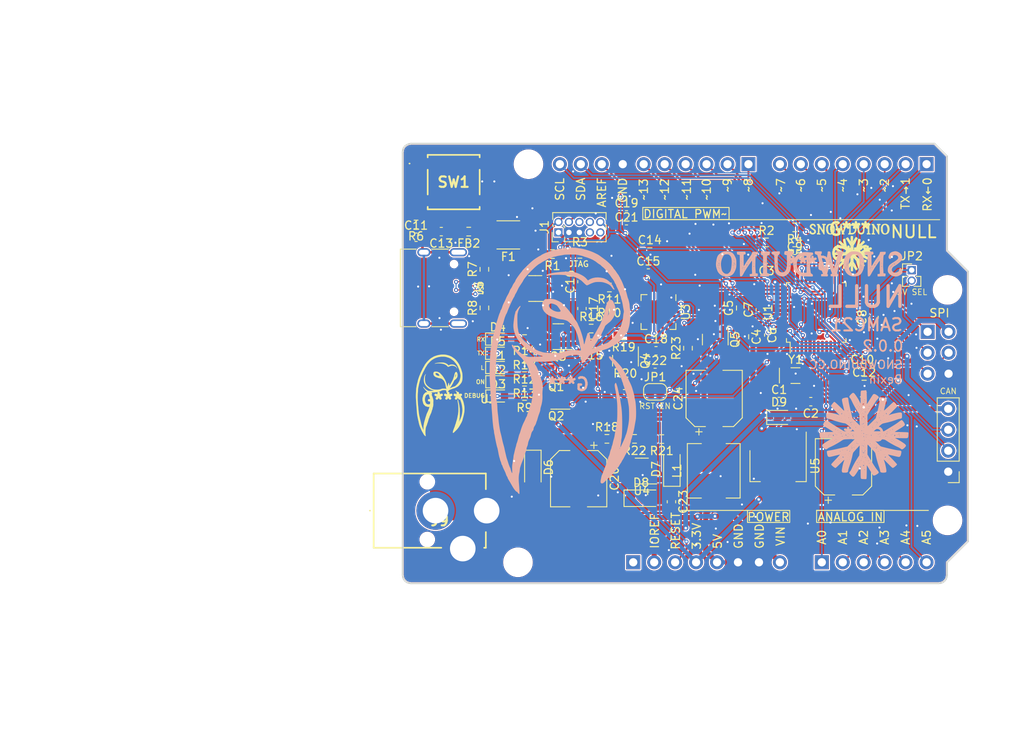
<source format=kicad_pcb>
(kicad_pcb (version 20211014) (generator pcbnew)
  (layers (0 "F.Cu" signal) (31 "B.Cu" signal) (34 "B.Paste" user) (35 "F.Paste" user) (36 "B.SilkS" user "B.Silkscreen") (37 "F.SilkS" user "F.Silkscreen") (38 "B.Mask" user) (39 "F.Mask" user) (44 "Edge.Cuts" user))
  (net 0 "")
  (net 1 "GND")
  (net 2 "Net-(C1-Pad1)")
  (net 3 "Net-(C2-Pad1)")
  (net 4 "/SAM-~{RESET}")
  (net 5 "+5V")
  (net 6 "Net-(C5-Pad1)")
  (net 7 "VBUS")
  (net 8 "/ESD-D+")
  (net 9 "/ESD-D-")
  (net 10 "/FTDI-3.3V")
  (net 11 "Net-(C22-Pad1)")
  (net 12 "+12V")
  (net 13 "+3V3")
  (net 14 "/AREF")
  (net 15 "Net-(D1-Pad2)")
  (net 16 "Net-(D2-Pad2)")
  (net 17 "Net-(D3-Pad2)")
  (net 18 "Net-(C22-Pad2)")
  (net 19 "Net-(D4-Pad2)")
  (net 20 "Net-(Q3-Pad1)")
  (net 21 "Net-(D5-Pad2)")
  (net 22 "Net-(F1-Pad2)")
  (net 23 "/SWCLK")
  (net 24 "/SWDIO")
  (net 25 "/A0-DAC")
  (net 26 "/A1")
  (net 27 "/A2")
  (net 28 "/A3")
  (net 29 "/A4")
  (net 30 "/A5")
  (net 31 "/MOSI-CAN1-TX")
  (net 32 "/SCK-CAN1-RX")
  (net 33 "/MISO")
  (net 34 "/PA28")
  (net 35 "/PA27")
  (net 36 "/PA13")
  (net 37 "/CAN0-RX")
  (net 38 "/CAN0-TX")
  (net 39 "/PB03")
  (net 40 "/SCL")
  (net 41 "/SDA")
  (net 42 "/D13")
  (net 43 "/D12")
  (net 44 "/D11")
  (net 45 "/D10")
  (net 46 "/D9")
  (net 47 "/D8")
  (net 48 "/D7")
  (net 49 "/D6")
  (net 50 "/D5")
  (net 51 "/D4")
  (net 52 "/D3")
  (net 53 "/D2")
  (net 54 "/D1")
  (net 55 "/D0")
  (net 56 "Net-(D1-Pad1)")
  (net 57 "/LED-RX")
  (net 58 "/LED-TX")
  (net 59 "Net-(D6-Pad2)")
  (net 64 "/CON-D+")
  (net 65 "/CON-D-")
  (net 66 "/~{DTR}")
  (net 67 "/FTDI-D-")
  (net 68 "/FTDI-D+")
  (net 69 "Net-(R18-Pad2)")
  (net 70 "Net-(R21-Pad2)")
  (net 71 "/FTDI-RX")
  (net 72 "/FTDI-TX")
  (net 80 "+4V")
  (net 81 "Net-(JP2-Pad1)")
  (net 85 "Net-(R1-Pad2)")
  (net 86 "Net-(J5-PadB5)")
  (net 87 "Net-(J5-PadA5)")
  (net 88 "Net-(D3-Pad1)")
  (net 89 "Net-(C13-Pad1)")
  (net 90 "Net-(C11-Pad2)")
  (net 91 "Net-(C10-Pad1)")
  (net 92 "Net-(C23-Pad2)")
  (net 93 "Net-(C23-Pad1)")
  (footprint "MountingHole:MountingHole_3.2mm_M3" (layer "F.Cu") (at 147.556 90.103)
    (fp_text reference "H2" hide)
    (fp_text value "MountingHole")
  )
  (footprint "MountingHole:MountingHole_3.2mm_M3" (layer "F.Cu") (at 147.556 118.043)
    (fp_text reference "H4" hide)
    (fp_text value "MountingHole")
  )
  (footprint "Connector_PinSocket_2.54mm:PinSocket_1x08_P2.54mm_Vertical" (layer "F.Cu") (at 109.456 123.123 90)
    (fp_text reference "J2" hide)
    (fp_text value "POWER")
  )
  (footprint "Connector_PinSocket_2.54mm:PinSocket_1x10_P2.54mm_Vertical" (layer "F.Cu") (at 123.426 74.863 -90)
    (fp_text reference "J6" hide)
    (fp_text value "DIGITAL-HIGH")
  )
  (footprint "Connector_PinSocket_2.54mm:PinSocket_1x08_P2.54mm_Vertical" (layer "F.Cu") (at 145.016 74.863 -90)
    (fp_text reference "J7" hide)
    (fp_text value "DIGITAL-LOW")
  )
  (footprint "MountingHole:MountingHole_3.2mm_M3" (layer "F.Cu") (at 96.756 74.863)
    (fp_text reference "H1" hide)
    (fp_text value "MountingHole")
  )
  (footprint "MountingHole:MountingHole_3.2mm_M3" (layer "F.Cu") (at 95.486 123.123)
    (fp_text reference "H3" hide)
    (fp_text value "MountingHole")
  )
  (footprint "Connector_PinHeader_2.54mm:PinHeader_2x03_P2.54mm_Vertical" (layer "F.Cu") (at 145.143 95.183)
    (fp_text reference "J4" hide)
    (fp_text value "ICSP")
  )
  (footprint "Connector_PinSocket_2.54mm:PinSocket_1x06_P2.54mm_Vertical" (layer "F.Cu") (at 132.316 123.123 90)
    (fp_text reference "J3" hide)
    (fp_text value "ANALOG")
  )
  (footprint "Capacitor_SMD:C_0603_1608Metric" (layer "F.Cu") (at 103.241 89.113 90)
    (fp_text reference "C16")
    (fp_text value "47pF")
  )
  (footprint "LED_SMD:LED_0603_1608Metric" (layer "F.Cu") (at 93.066 101.238)
    (fp_text reference "D2")
    (fp_text value "WHITE")
  )
  (footprint "Diode_SMD:D_SOD-323" (layer "F.Cu") (at 127.134 105.564)
    (fp_text reference "D9")
    (fp_text value "D_Schottky")
  )
  (footprint "Resistor_SMD:R_0603_1608Metric" (layer "F.Cu") (at 96.2785 102.963 180)
    (fp_text reference "R9")
    (fp_text value "330")
  )
  (footprint "Capacitor_SMD:C_0603_1608Metric" (layer "F.Cu") (at 108.641 81.013)
    (fp_text reference "C19")
    (fp_text value "100n")
  )
  (footprint "Connector_PinHeader_2.54mm:PinHeader_1x04_P2.54mm_Vertical" (layer "F.Cu") (at 147.641 112.138 180)
    (fp_text reference "J8" hide)
    (fp_text value "Conn_01x04")
  )
  (footprint "Capacitor_SMD:C_0603_1608Metric" (layer "F.Cu") (at 124.861 92.498 90)
    (fp_text reference "C7")
    (fp_text value "0.1uF")
  )
  (footprint "Resistor_SMD:R_0603_1608Metric" (layer "F.Cu") (at 106.566 91.463 180)
    (fp_text reference "R10")
    (fp_text value "27r")
  )
  (footprint "Package_DFN_QFN:QFN-20-1EP_4x4mm_P0.5mm_EP2.5x2.5mm" (layer "F.Cu") (at 112.516 92.788 -90)
    (fp_text reference "U3")
    (fp_text value "FT231XQ")
  )
  (footprint "Inductor_SMD:L_6.3x6.3_H3" (layer "F.Cu") (at 119.216 112.038 90)
    (fp_text reference "L1")
    (fp_text value "10u")
  )
  (footprint "Diode_SMD:D_SOD-123F" (layer "F.Cu") (at 110.541 115.363)
    (fp_text reference "D8")
    (fp_text value "D_Schottky")
  )
  (footprint "Fuse:Fuse_1812_4532Metric" (layer "F.Cu") (at 94.316 83.438 180)
    (fp_text reference "F1")
    (fp_text value "MF-MSMF050-2")
  )
  (footprint "Resistor_SMD:R_0603_1608Metric" (layer "F.Cu") (at 137.221 103.593 180)
    (fp_text reference "FB1" hide)
    (fp_text value "470r")
  )
  (footprint "Resistor_SMD:R_0603_1608Metric" (layer "F.Cu") (at 109.616 108.163 180)
    (fp_text reference "R22")
    (fp_text value "52K3")
  )
  (footprint "Capacitor_SMD:C_0805_2012Metric" (layer "F.Cu") (at 111.466 85.738)
    (fp_text reference "C14")
    (fp_text value "4.7uF")
  )
  (footprint "Capacitor_SMD:C_0603_1608Metric" (layer "F.Cu") (at 112.216 97.488)
    (fp_text reference "C18")
    (fp_text value "0.1uF")
  )
  (footprint "Resistor_SMD:R_0603_1608Metric" (layer "F.Cu") (at 91.412 87.611 90)
    (fp_text reference "R7")
    (fp_text value "5.1k")
  )
  (footprint "LED_SMD:LED_0603_1608Metric" (layer "F.Cu") (at 93.066 102.963)
    (fp_text reference "D3")
    (fp_text value "WHITE")
  )
  (footprint "Capacitor_SMD:CP_Elec_6.3x3.9" (layer "F.Cu") (at 102.841 112.988 -90)
    (fp_text reference "C20")
    (fp_text value "47uF")
  )
  (footprint "Capacitor_SMD:C_0603_1608Metric" (layer "F.Cu") (at 111.291 88.063)
    (fp_text reference "C15")
    (fp_text value "0.1uF")
  )
  (footprint "Diode_SMD:D_SOD-123F" (layer "F.Cu") (at 97.291 111.738 -90)
    (fp_text reference "D6")
    (fp_text value "D_Schottky")
  )
  (footprint "Package_TO_SOT_SMD:SOT-23" (layer "F.Cu") (at 108.516 98.688 -90)
    (fp_text reference "Q4")
    (fp_text value "2N7002")
  )
  (footprint "Package_TO_SOT_SMD:SOT-23" (layer "F.Cu") (at 100.116 99.453 180)
    (fp_text reference "Q1")
    (fp_text value "2N7002E")
  )
  (footprint "Package_QFP:TQFP-48_7x7mm_P0.5mm" (layer "F.Cu") (at 131.641 92.838 90)
    (fp_text reference "U1")
    (fp_text value "ATSAMC21G")
  )
  (footprint "Capacitor_SMD:CP_Elec_6.3x3.9" (layer "F.Cu") (at 134.945 111.553 90)
    (fp_text reference "C26" hide)
    (fp_text value "47uF")
  )
  (footprint "Resistor_SMD:R_0603_1608Metric" (layer "F.Cu") (at 104.381 96.593 180)
    (fp_text reference "R15")
    (fp_text value "52K3")
  )
  (footprint "Capacitor_SMD:C_0603_1608Metric" (layer "F.Cu") (at 114.091 115.788 -90)
    (fp_text reference "C23")
    (fp_text value "10n")
  )
  (footprint "Connector_PinHeader_1.27mm:PinHeader_2x05_P1.27mm_Vertical" (layer "F.Cu") (at 100.391 83.138 90)
    (fp_text reference "J1")
    (fp_text value "JTAG")
  )
  (footprint "Package_TO_SOT_SMD:TSOT-23-6" (layer "F.Cu") (at 110.491 112.063 180)
    (fp_text reference "U4")
    (fp_text value "LM2734Y")
  )
  (footprint "LOGO" (layer "F.Cu") (at 86.269674 103.442255)
    (fp_text reference "G***")
    (fp_text value "LOGO" hide)
  )
  (footprint "Connector_PinHeader_1.27mm:PinHeader_1x02_P1.27mm_Vertical" (layer "F.Cu") (at 143.211 87.708)
    (fp_text reference "JP2")
    (fp_text value "RESET-EN")
  )
  (footprint "Capacitor_SMD:CP_Elec_6.3x3.9" (layer "F.Cu") (at 119.266 103.263 90)
    (fp_text reference "C24")
    (fp_text value "47uF")
  )
  (footprint "Jumper:SolderJumper-2_P1.3mm_Bridged_RoundedPad1.0x1.5mm" (layer "F.Cu") (at 112.116 102.463)
    (fp_text reference "JP1")
    (fp_text value "RESET-EN")
  )
  (footprint "LOGO" (layer "F.Cu") (at 135.947 85.704)
    (fp_text reference "G***")
    (fp_text value "LOGO" hide)
  )
  (footprint "Crystal:Crystal_SMD_MicroCrystal_CC7V-T1A-2Pin_3.2x1.5mm" (layer "F.Cu") (at 129.126 100.493)
    (fp_text reference "Y1")
    (fp_text value "32.768kHz")
  )
  (footprint "LED_SMD:LED_0603_1608Metric" (layer "F.Cu") (at 93.041 97.788)
    (fp_text reference "D5")
    (fp_text value "WHITE")
  )
  (footprint "Capacitor_SMD:C_0805_2012Metric" (layer "F.Cu") (at 122.716 95.783 -90)
    (fp_text reference "C4")
    (fp_text value "10uF")
  )
  (footprint "Package_TO_SOT_SMD:SOT-223-3_TabPin2" (layer "F.Cu") (at 127.016 111.438 -90)
    (fp_text reference "U5")
    (fp_text value "AP1117-33")
  )
  (footprint "Resistor_SMD:R_0603_1608Metric" (layer "F.Cu") (at 108.491 101.663)
    (fp_text reference "R20")
    (fp_text value "10k")
  )
  (footprint "Capacitor_SMD:C_0603_1608Metric" (layer "F.Cu") (at 127.141 103.638)
    (fp_text reference "C1")
    (fp_text value "22pF")
  )
  (footprint "Resistor_SMD:R_0603_1608Metric" (layer "F.Cu") (at 129.036 84.348 180)
    (fp_text reference "R5")
    (fp_text value "10k")
  )
  (footprint "Resistor_SMD:R_0603_1608Metric" (layer "F.Cu") (at 125.611 84.348)
    (fp_text reference "R2")
    (fp_text value "10k")
  )
  (footprint "LOGO" (layer "F.Cu") (at 135.69 82.73373)
    (fp_text reference "G***")
    (fp_text value "LOGO" hide)
  )
  (footprint "Resistor_SMD:R_0603_1608Metric" (layer "F.Cu") (at 91.416 92.288 90)
    (fp_text reference "R8")
    (fp_text value "5.1k")
  )
  (footprint "Capacitor_SMD:C_0603_1608Metric" (layer "F.Cu") (at 138.641 93.438 90)
    (fp_text reference "C8")
    (fp_text value "0.1uF")
  )
  (footprint "Capacitor_SMD:C_0603_1608Metric" (layer "F.Cu") (at 130.981 103.653 180)
    (fp_text reference "C2")
    (fp_text value "22pF")
  )
  (footprint "Capacitor_SMD:C_0805_2012Metric" (layer "F.Cu") (at 137.446 101.793)
    (fp_text reference "C12")
    (fp_text value "10uF")
  )
  (footprint "Resistor_SMD:R_0603_1608Metric" (layer "F.Cu") (at 96.2785 96.063 180)
    (fp_text reference "R14")
    (fp_text value "330")
  )
  (footprint "Capacitor_SMD:C_0805_2012Metric" (layer "F.Cu") (at 122.711 92.298 90)
    (fp_text reference "C5")
    (fp_text value "1uF")
  )
  (footprint "Resistor_SMD:R_0603_1608Metric" (layer "F.Cu") (at 104.356 94.793)
    (fp_text reference "R16")
    (fp_text value "52K3")
  )
  (footprint "Capacitor_SMD:C_0603_1608Metric" (layer "F.Cu") (at 125.611 86.373 180)
    (fp_text reference "C3")
    (fp_text value "100pF")
  )
  (footprint "Capacitor_SMD:C_0603_1608Metric" (layer "F.Cu") (at 108.641 82.738)
    (fp_text reference "C21")
    (fp_text value "4u7")
  )
  (footprint "Capacitor_SMD:C_0603_1608Metric" (layer "F.Cu") (at 83.131 83.723)
    (fp_text reference "C11")
    (fp_text value "4.7nF")
  )
  (footprint "Capacitor_SMD:C_0603_1608Metric" (layer "F.Cu") (at 129.036 86.323)
    (fp_text reference "C9")
    (fp_text value "0.1uF")
  )
  (footprint "KiCad:PTS641SM31SMTR2LFS" (layer "F.Cu") (at 87.691 77.038)
    (fp_text reference "SW1")
    (fp_text value "SW_Push_Dual" hide)
  )
  (footprint "Resistor_SMD:R_0603_1608Metric" (layer "F.Cu") (at 106.566 89.813 180)
    (fp_text reference "R11")
    (fp_text value "27r")
  )
  (footprint "Resistor_SMD:R_0603_1608Metric" (layer "F.Cu") (at 129.036 82.523 180)
    (fp_text reference "R4")
    (fp_text value "10k")
  )
  (footprint "Package_TO_SOT_SMD:SOT-23-6" (layer "F.Cu") (at 97.5785 89.938 180)
    (fp_text reference "U2")
    (fp_text value "USBLC6-2SC6")
  )
  (footprint "Capacitor_SMD:C_0603_1608Metric" (layer "F.Cu") (at 124.866 95.583 -90)
    (fp_text reference "C6")
    (fp_text value "0.1uF")
  )
  (footprint "Connector_USB:USB_C_Receptacle_HRO_TYPE-C-31-M-12" (layer "F.Cu") (at 85.131 89.863 -90)
    (fp_text reference "J5")
    (fp_text value "USB_C_Receptacle_USB2.0")
  )
  (footprint "Capacitor_SMD:C_0603_1608Metric" (layer "F.Cu") (at 137.221 99.993)
    (fp_text reference "C10")
    (fp_text value "0.1uF")
  )
  (footprint "Package_TO_SOT_SMD:SOT-23" (layer "F.Cu") (at 100.116 103.003 180)
    (fp_text reference "Q2")
    (fp_text value "2N7002E")
  )
  (footprint "Resistor_SMD:R_0603_1608Metric" (layer "F.Cu") (at 96.2785 99.513 180)
    (fp_text reference "R12")
    (fp_text value "330")
  )
  (footprint "Capacitor_SMD:C_0603_1608Metric" (layer "F.Cu") (at 103.241 92.363 -90)
    (fp_text reference "C17")
    (fp_text value "47pF")
  )
  (footprint "Package_TO_SOT_SMD:SOT-23" (layer "F.Cu") (at 100.376 95.773 180)
    (fp_text reference "Q3")
    (fp_text value "Q_PMOS_GSD")
  )
  (footprint "LED_SMD:LED_0603_1608Metric" (layer "F.Cu") (at 93.041 96.063)
    (fp_text reference "D4")
    (fp_text value "WHITE")
  )
  (footprint "Resistor_SMD:R_0603_1608Metric" (layer "F.Cu") (at 96.2785 101.238 180)
    (fp_text reference "R13")
    (fp_text value "330")
  )
  (footprint "Resistor_SMD:R_0603_1608Metric" (layer "F.Cu") (at 99.666 85.763 180)
    (fp_text reference "R1")
    (fp_text value "330r")
  )
  (footprint "Resistor_SMD:R_0603_1608Metric" (layer "F.Cu") (at 116.093 97.171 90)
    (fp_text reference "R23")
    (fp_text value "1M")
  )
  (footprint "Resistor_SMD:R_0603_1608Metric" (layer "F.Cu") (at 102.991 85.738)
    (fp_text reference "R3")
    (fp_text value "1k")
  )
  (footprint "Capacitor_SMD:C_0603_1608Metric" (layer "F.Cu") (at 86.191 83.038 180)
    (fp_text reference "C13")
    (fp_text value "10nF")
  )
  (footprint "Package_TO_SOT_SMD:SOT-23" (layer "F.Cu") (at 119.402 96.125 -90)
    (fp_text reference "Q5")
    (fp_text value "Q_PMOS_GSD")
  )
  (footprint "Capacitor_SMD:C_0603_1608Metric" (layer "F.Cu") (at 112.116 100.113)
    (fp_text reference "C22")
    (fp_text value "0.1uF")
  )
  (footprint "KiCad2:DC005G25A20" (layer "F.Cu") (at 85.491 116.863)
    (fp_text reference "J9")
    (fp_text value "PJ-202A" hide)
  )
  (footprint "Diode_SMD:D_SOD-123F" (layer "F.Cu") (at 114.141 111.713 90)
    (fp_text reference "D7")
    (fp_text value "D_Schottky")
  )
  (footprint "Resistor_SMD:R_0603_1608Metric" (layer "F.Cu") (at 106.266 108.163)
    (fp_text reference "R18")
    (fp_text value "52k3")
  )
  (footprint "Resistor_SMD:R_0603_1608Metric" (layer "F.Cu") (at 83.131 82.173 180)
    (fp_text reference "R6")
    (fp_text value "1M")
  )
  (footprint "Resistor_SMD:R_0603_1608Metric" (layer "F.Cu") (at 112.916 108.188 180)
    (fp_text reference "R21")
    (fp_text value "52K3")
  )
  (footprint "Resistor_SMD:R_0603_1608Metric" (layer "F.Cu") (at 108.291 95.613 180)
    (fp_text reference "R19")
    (fp_text value "10k")
  )
  (footprint "Resistor_SMD:R_0603_1608Metric" (layer "F.Cu") (at 96.2785 97.788 180)
    (fp_text reference "R17")
    (fp_text value "330")
  )
  (footprint "LED_SMD:LED_0603_1608Metric" (layer "F.Cu") (at 93.0535 99.513)
    (fp_text reference "D1")
    (fp_text value "WHITE")
  )
  (footprint "Resistor_SMD:R_0603_1608Metric" (layer "F.Cu") (at 89.516 83.038 180)
    (fp_text reference "FB2")
    (fp_text value "470r")
  )
  (footprint "LOGO" (layer "B.Cu") (at 130.786 86.941 180)
    (fp_text reference "G***")
    (fp_text value "LOGO" hide)
  )
  (footprint "LOGO" (layer "B.Cu") (at 137.434 107.651 180)
    (fp_text reference "G***")
    (fp_text value "LOGO" hide)
  )
  (footprint "LOGO" (layer "B.Cu") (at 101.567 101.542 180)
    (fp_text reference "G***")
    (fp_text value "LOGO" hide)
  )
  (gr_line (start 146.606 81.593) (end 110.616 81.593) (layer "F.SilkS") (width 0.12))
  (gr_line (start 131.686 116.833) (end 145.236 116.833) (layer "F.SilkS") (width 0.12))
  (gr_line (start 123.306 116.833) (end 115.236 116.833) (layer "F.SilkS") (width 0.12))
  (gr_rect (start 128.426 116.833) (end 123.306 118.293) (layer "F.SilkS") (width 0.12) (fill none))
  (gr_rect (start 110.616 81.573) (end 121.076 80.113) (layer "F.SilkS") (width 0.12) (fill none))
  (gr_rect (start 131.686 116.833) (end 139.856 118.293) (layer "F.SilkS") (width 0.12) (fill none))
  (gr_line (start 81.629363 72.882947) (end 81.798636 72.671355) (layer "Edge.Cuts") (width 0.2))
  (gr_line (start 150.037024 87.863653) (end 150.037024 120.596921) (layer "Edge.Cuts") (width 0.2))
  (gr_line (start 81.502408 124.680644) (end 81.502408 73.390767) (layer "Edge.Cuts") (width 0.2))
  (gr_line (start 82.242979 72.417445) (end 82.496889 72.375126) (layer "Edge.Cuts") (width 0.2))
  (gr_line (start 147.497922 123.136023) (end 147.497922 124.680644) (layer "Edge.Cuts") (width 0.2))
  (gr_line (start 146.75735 125.632808) (end 146.50344 125.675126) (layer "Edge.Cuts") (width 0.2))
  (gr_line (start 147.497922 124.680644) (end 147.455603 124.934555) (layer "Edge.Cuts") (width 0.2))
  (gr_line (start 82.010228 125.548171) (end 81.798636 125.378898) (layer "Edge.Cuts") (width 0.2))
  (gr_line (start 82.010228 72.523241) (end 82.242979 72.417445) (layer "Edge.Cuts") (width 0.2))
  (gr_line (start 82.496889 125.675126) (end 82.242979 125.632808) (layer "Edge.Cuts") (width 0.2))
  (gr_line (start 81.544726 73.115698) (end 81.629363 72.882947) (layer "Edge.Cuts") (width 0.2))
  (gr_line (start 150.037024 120.596921) (end 147.497922 123.136023) (layer "Edge.Cuts") (width 0.2))
  (gr_line (start 82.242979 125.632808) (end 82.010228 125.548171) (layer "Edge.Cuts") (width 0.2))
  (gr_line (start 146.990101 125.548171) (end 146.75735 125.632808) (layer "Edge.Cuts") (width 0.2))
  (gr_line (start 147.201693 125.378898) (end 146.990101 125.548171) (layer "Edge.Cuts") (width 0.2))
  (gr_line (start 81.544726 124.934555) (end 81.502408 124.680644) (layer "Edge.Cuts") (width 0.2))
  (gr_line (start 81.798636 72.671355) (end 82.010228 72.523241) (layer "Edge.Cuts") (width 0.2))
  (gr_line (start 82.496889 72.375126) (end 145.97446 72.375126) (layer "Edge.Cuts") (width 0.2))
  (gr_line (start 81.629363 125.167306) (end 81.544726 124.934555) (layer "Edge.Cuts") (width 0.2))
  (gr_line (start 146.50344 125.675126) (end 82.496889 125.675126) (layer "Edge.Cuts") (width 0.2))
  (gr_line (start 147.497922 73.898588) (end 147.497922 85.324551) (layer "Edge.Cuts") (width 0.2))
  (gr_line (start 81.798636 125.378898) (end 81.629363 125.167306) (layer "Edge.Cuts") (width 0.2))
  (gr_line (start 147.370966 125.167306) (end 147.201693 125.378898) (layer "Edge.Cuts") (width 0.2))
  (gr_line (start 145.97446 72.375126) (end 147.497922 73.898588) (layer "Edge.Cuts") (width 0.2))
  (gr_line (start 147.497922 85.324551) (end 150.037024 87.863653) (layer "Edge.Cuts") (width 0.2))
  (gr_line (start 147.455603 124.934555) (end 147.370966 125.167306) (layer "Edge.Cuts") (width 0.2))
  (gr_line (start 81.502408 73.390767) (end 81.544726 73.115698) (layer "Edge.Cuts") (width 0.2))
  (gr_text "0.0.2" (at 139.724 96.91) (layer "B.SilkS") (effects (font (size 1.3 1.3) (thickness 0.2)) (justify mirror)))
  (gr_text "NULL\n" (at 137.736 90.961) (layer "B.SilkS") (effects (font (size 2.5 2.5) (thickness 0.4)) (justify mirror)))
  (gr_text "Bexin" (at 140.047 100.955) (layer "B.SilkS") (effects (font (size 1 1) (thickness 0.14)) (justify mirror)))
  (gr_text "SAMC21\n" (at 137.724 94.339) (layer "B.SilkS") (effects (font (size 1.5 1.5) (thickness 0.25)) (justify mirror)))
  (gr_text "SNOWDUINO.CC" (at 136.441 99.171) (layer "B.SilkS") (effects (font (size 1 1)) (justify mirror)))
  (gr_text "~6\n" (at 129.776 77.403 90) (layer "F.SilkS") (effects (font (size 1 1))))
  (gr_text "~8" (at 123.426 77.403 90) (layer "F.SilkS") (effects (font (size 1 1))))
  (gr_text "SDA" (at 103.106 77.911 90) (layer "F.SilkS") (effects (font (size 1 1))))
  (gr_text "~12\n" (at 113.266 77.911 90) (layer "F.SilkS") (effects (font (size 1 1))))
  (gr_text "~11\n" (at 115.933 77.911 90) (layer "F.SilkS") (effects (font (size 1 1))))
  (gr_text "A3" (at 139.936 120.093 90) (layer "F.SilkS") (effects (font (size 1 1))))
  (gr_text "~13\n" (at 110.726 77.911 90) (layer "F.SilkS") (effects (font (size 1 1))))
  (gr_text "ON" (at 90.93 101.258) (layer "F.SilkS") (effects (font (size 0.5 0.5) (thickness 0.1))))
  (gr_text "VIN" (at 127.306 119.958 90) (layer "F.SilkS") (effects (font (size 1 1))))
  (gr_text "~7" (at 127.363 77.403 90) (layer "F.SilkS") (effects (font (size 1 1))))
  (gr_text "GND" (at 108.186 78.038 90) (layer "F.SilkS") (effects (font (size 1 1))))
  (gr_text "A5\n" (at 145.016 120.093 90) (layer "F.SilkS") (effects (font (size 1 1))))
  (gr_text "~10" (at 118.346 77.911 90) (layer "F.SilkS") (effects (font (size 1 1))))
  (gr_text "~9\n" (at 120.886 77.403 90) (layer "F.SilkS") (effects (font (size 1 1))))
  (gr_text "RST EN\n" (at 112.095 104.19) (layer "F.SilkS") (effects (font (size 0.7 0.7) (thickness 0.1))))
  (gr_text "AREF" (at 105.646 78.292 90) (layer "F.SilkS") (effects (font (size 1 1))))
  (gr_text "RX" (at 90.981 96.11) (layer "F.SilkS") (effects (font (size 0.5 0.5) (thickness 0.1))))
  (gr_text "3.3V" (at 117.146 119.958 90) (layer "F.SilkS") (effects (font (size 1 1))))
  (gr_text "3V SEL\n" (at 143.251 90.369) (layer "F.SilkS") (effects (font (size 0.7 0.7) (thickness 0.1))))
  (gr_text "POWER\n" (at 125.846 117.633) (layer "F.SilkS") (effects (font (size 1 1))))
  (gr_text "SCL" (at 100.566 77.911 90) (layer "F.SilkS") (effects (font (size 1 1))))
  (gr_text "DIGITAL PWM~" (at 115.756 80.903) (layer "F.SilkS") (effects (font (size 1 1))))
  (gr_text "USB" (at 91.041 89.925 90) (layer "F.SilkS") (effects (font (size 0.5 0.5) (thickness 0.125))))
  (gr_text "TX\n" (at 90.992 97.782) (layer "F.SilkS") (effects (font (size 0.5 0.5) (thickness 0.1))))
  (gr_text "IOREF" (at 112.066 119.323 90) (layer "F.SilkS") (effects (font (size 1 1))))
  (gr_text "GND" (at 122.226 119.958 90) (layer "F.SilkS") (effects (font (size 1 1))))
  (gr_text "L\n" (at 91.177 99.545) (layer "F.SilkS") (effects (font (size 0.5 0.5) (thickness 0.1))))
  (gr_text "~5" (at 132.316 77.403 90) (layer "F.SilkS") (effects (font (size 1 1))))
  (gr_text "A4" (at 142.476 120.093 90) (layer "F.SilkS") (effects (font (size 1 1))))
  (gr_text "GND" (at 124.766 119.958 90) (layer "F.SilkS") (effects (font (size 1 1))))
  (gr_text "RX←0" (at 145.123 78.53 90) (layer "F.SilkS") (effects (font (size 1 1))))
  (gr_text "RESET" (at 114.606 119.323 90) (layer "F.SilkS") (effects (font (size 1 1))))
  (gr_text "A0" (at 132.316 120.093 90) (layer "F.SilkS") (effects (font (size 1 1))))
  (gr_text "A2" (at 137.396 120.093 90) (layer "F.SilkS") (effects (font (size 1 1))))
  (gr_text "TX→1" (at 142.456 78.403 90) (layer "F.SilkS") (effects (font (size 1 1))))
  (gr_text "~4" (at 134.856 77.403 90) (layer "F.SilkS") (effects (font (size 1 1))))
  (gr_text "ANALOG IN\n" (at 135.786 117.633) (layer "F.SilkS") (effects (font (size 1 1))))
  (gr_text "A1" (at 134.856 120.093 90) (layer "F.SilkS") (effects (font (size 1 1))))
  (gr_text "JTAG" (at 102.878 86.961) (layer "F.SilkS") (effects (font (size 0.7 0.7) (thickness 0.125))))
  (gr_text "~3" (at 137.396 77.403 90) (layer "F.SilkS") (effects (font (size 1 1))))
  (gr_text "DEBUG" (at 90.206 102.923) (layer "F.SilkS") (effects (font (size 0.5 0.5) (thickness 0.1))))
  (gr_text "SPI" (at 146.576 92.913) (layer "F.SilkS") (effects (font (size 1 1))))
  (gr_text "~2" (at 139.936 77.403 90) (layer "F.SilkS") (effects (font (size 1 1))))
  (gr_text "CAN" (at 147.651 102.382) (layer "F.SilkS") (effects (font (size 0.7 0.7) (thickness 0.1))))
  (gr_text "NULL" (at 143.445 83.05) (layer "F.SilkS") (effects (font (size 1.5 1.5) (thickness 0.22))))
  (gr_text "5V" (at 119.686 120.593 90) (layer "F.SilkS") (effects (font (size 1 1))))
  (segment (start 120.049 112.686) (end 115.08 112.686) (width 0.127) (layer "F.Cu") (net 1))
  (segment (start 98.716 89.938) (end 99.351 89.938) (width 0.4064) (layer "F.Cu") (net 1))
  (segment (start 117.742448 117.062989) (end 118.976 115.829437) (width 0.127) (layer "F.Cu") (net 1))
  (segment (start 112.516 95.665271) (end 112.96374 96.113011) (width 0.127) (layer "F.Cu") (net 1))
  (segment (start 115.08 112.686) (end 115.038 112.644) (width 0.127) (layer "F.Cu") (net 1))
  (segment (start 137.28232 93.15668) (end 137.316 93.123) (width 0.3048) (layer "F.Cu") (net 1))
  (segment (start 124.126 89.413) (end 123.762989 89.776011) (width 0.127) (layer "F.Cu") (net 1))
  (segment (start 132.948 103.562) (end 132.737 103.562) (width 0.127) (layer "F.Cu") (net 1))
  (segment (start 101.311 85.510271) (end 101.045989 85.24526) (width 0.127) (layer "F.Cu") (net 1))
  (segment (start 124.076 113.657585) (end 120.685405 117.04818) (width 0.127) (layer "F.Cu") (net 1))
  (segment (start 132.737 103.562) (end 132.39602 103.90298) (width 0.127) (layer "F.Cu") (net 1))
  (segment (start 124.861 91.723) (end 123.086 91.723) (width 0.4064) (layer "F.Cu") (net 1))
  (segment (start 137.281 93.088) (end 137.316 93.123) (width 0.3048) (layer "F.Cu") (net 1))
  (segment (start 133.468 104.082) (end 132.948 103.562) (width 0.127) (layer "F.Cu") (net 1))
  (segment (start 99.351 89.938) (end 99.742 90.329) (width 0.4064) (layer "F.Cu") (net 1))
  (segment (start 122.156 123.123) (end 120.718 124.561) (width 0.127) (layer "F.Cu") (net 1))
  (segment (start 129.288 106.992) (end 129.93967 107.64367) (width 0.127) (layer "F.Cu") (net 1))
  (segment (start 124.076 112.993) (end 124.076 113.657585) (width 0.127) (layer "F.Cu") (net 1))
  (segment (start 113.400989 112.372989) (end 113.241978 112.532) (width 0.127) (layer "F.Cu") (net 1))
  (segment (start 115.038 112.644) (end 115.038 112.529978) (width 0.127) (layer "F.Cu") (net 1))
  (segment (start 108.791 108.163) (end 108.996 108.163) (width 0.6096) (layer "F.Cu") (net 1))
  (segment (start 136.882798 104.51758) (end 136.882798 104.15242) (width 0.127) (layer "F.Cu") (net 1))
  (segment (start 109.019 98.675) (end 108.514 98.675) (width 0.127) (layer "F.Cu") (net 1))
  (segment (start 111.6285 112.063) (end 111.09389 112.063) (width 0.6096) (layer "F.Cu") (net 1))
  (segment (start 124.321 112.748) (end 124.076 112.993) (width 0.127) (layer "F.Cu") (net 1))
  (segment (start 134.599 109.199) (end 134.945 108.853) (width 0.127) (layer "F.Cu") (net 1))
  (segment (start 112.516 94.7255) (end 112.516 95.665271) (width 0.127) (layer "F.Cu") (net 1))
  (segment (start 108.996 108.163) (end 110.576 109.743) (width 0.6096) (layer "F.Cu") (net 1))
  (segment (start 136.294009 104.51758) (end 135.57 103.793571) (width 0.127) (layer "F.Cu") (net 1))
  (segment (start 113.54598 91.45302) (end 112.516 92.483) (width 0.127) (layer "F.Cu") (net 1))
  (segment (start 123.086 91.723) (end 122.711 91.348) (width 0.4064) (layer "F.Cu") (net 1))
  (segment (start 129.23102 88.51552) (end 129.391 88.6755) (width 0.127) (layer "F.Cu") (net 1))
  (segment (start 109.500998 117.20302) (end 114.512906 117.20302) (width 0.127) (layer "F.Cu") (net 1))
  (segment (start 114.652937 117.062989) (end 117.742448 117.062989) (width 0.127) (layer "F.Cu") (net 1))
  (segment (start 111.09389 112.063) (end 110.516 112.64089) (width 0.6096) (layer "F.Cu") (net 1))
  (segment (start 98.44402 86.42802) (end 101.15198 86.42802) (width 0.127) (layer "F.Cu") (net 1))
  (segment (start 130.227 109.199) (end 134.599 109.199) (width 0.127) (layer "F.Cu") (net 1))
  (segment (start 114.076 91.033) (end 114.076 91.133) (width 0.127) (layer "F.Cu") (net 1))
  (segment (start 122.711 91.348) (end 121.546 92.513) (width 0.4064) (layer "F.Cu") (net 1))
  (segment (start 113.75598 91.45302) (end 113.54598 91.45302) (width 0.127) (layer "F.Cu") (net 1))
  (segment (start 130.891 97.848) (end 130.586 98.153) (width 0.127) (layer "F.Cu") (net 1))
  (segment (start 125.608 112.748) (end 124.321 112.748) (width 0.127) (layer "F.Cu") (net 1))
  (segment (start 108.304 98.465) (end 108.304 98.46) (width 0.127) (layer "F.Cu") (net 1))
  (segment (start 115.038 112.529978) (end 114.881011 112.372989) (width 0.127) (layer "F.Cu") (net 1))
  (segment (start 124.032 83.631) (end 123.396 84.267) (width 0.127) (layer "F.Cu") (net 1))
  (segment (start 125.726 92.588) (end 127.4785 92.588) (width 0.4064) (layer "F.Cu") (net 1))
  (segment (start 100.12598 101.18002) (end 99.998 101.308) (width 0.127) (layer "F.Cu") (net 1))
  (segment (start 125.912 107.261) (end 125.912 112.444) (width 0.127) (layer "F.Cu") (net 1))
  (segment (start 124.936011 81.793011) (end 124.936011 83.379969) (width 0.127) (layer "F.Cu") (net 1))
  (segment (start 113.345989 96.113011) (end 114.008 95.451) (width 0.127) (layer "F.Cu") (net 1))
  (segment (start 112.516 92.483) (end 112.516 92.788) (width 0.127) (layer "F.Cu") (net 1))
  (segment (start 136.98602 104.049198) (end 136.98602 103.20298) (width 0.127) (layer "F.Cu") (net 1))
  (segment (start 119.910011 89.776011) (end 119.637 89.503) (width 0.127) (layer "F.Cu") (net 1))
  (segment (start 97.70358 100.74958) (end 97.63 100.676) (width 0.127) (layer "F.Cu") (net 1))
  (segment (start 117.742448 117.062989) (end 117.742448 118.359552) (width 0.127) (layer "F.Cu") (net 1))
  (segment (start 108.514 98.675) (end 108.304 98.465) (width 0.127) (layer "F.Cu") (net 1))
  (segment (start 95.016 110.843) (end 95.102 110.843) (width 0.127) (layer "F.Cu") (net 1))
  (segment (start 101.0535 98.503) (end 100.12598 99.43052) (width 0.127) (layer "F.Cu") (net 1))
  (segment (start 119.15682 117.04818) (end 118.751 117.454) (width 0.127) (layer "F.Cu") (net 1))
  (segment (start 118.532 124.561) (end 118.217 124.246) (width 0.127) (layer "F.Cu") (net 1))
  (segment (start 129.23102 87.54498) (end 129.23102 88.51552) (width 0.127) (layer "F.Cu") (net 1))
  (segment (start 118.976 115.829437) (end 118.976 115.728011) (width 0.127) (layer "F.Cu") (net 1))
  (segment (start 133.366 118.303) (end 134.873282 118.303) (width 0.127) (layer "F.Cu") (net 1))
  (segment (start 118.217 123.144) (end 118.217 122.793201) (width 0.127) (layer "F.Cu") (net 1))
  (segment (start 118.751 117.454) (end 118.751 117.686) (width 0.127) (layer "F.Cu") (net 1))
  (segment (start 120.685405 117.04818) (end 119.15682 117.04818) (width 0.127) (layer "F.Cu") (net 1))
  (segment (start 118.217 124.246) (end 118.217 123.144) (width 0.127) (layer "F.Cu") (net 1))
  (segment (start 121.546 92.513) (end 121.166 92.513) (width 0.4064) (layer "F.Cu") (net 1))
  (segment (start 101.15198 86.42802) (end 101.311 86.269) (width 0.127) (layer "F.Cu") (net 1))
  (segment (start 118.976 115.728011) (end 120.606011 115.728011) (width 0.127) (layer "F.Cu") (net 1))
  (segment (start 98.034 102.81) (end 97.70358 102.47958) (width 0.127) (layer "F.Cu") (net 1))
  (segment (start 129.316 108.288) (end 130.227 109.199) (width 0.127) (layer "F.Cu") (net 1))
  (segment (start 114.881011 112.372989) (end 113.400989 112.372989) (width 0.127) (layer "F.Cu") (net 1))
  (segment (start 136.882798 104.51758) (end 136.294009 104.51758) (width 0.127) (layer "F.Cu") (net 1))
  (segment (start 101.311 86.269) (end 101.44502 86.40302) (width 0.127) (layer "F.Cu") (net 1))
  (segment (start 112.96374 96.113011) (end 113.345989 96.113011) (width 0.127) (layer "F.Cu") (net 1))
  (segment (start 97.70358 102.47958) (end 97.70358 100.74958) (width 0.127) (layer "F.Cu") (net 1))
  (segment (start 125.912 112.444) (end 125.608 112.748) (width 0.127) (layer "F.Cu") (net 1))
  (segment (start 133.562 104.564) (end 133.562 104.274729) (width 0.127) (layer "F.Cu") (net 1))
  (segment (start 120.64498 96.11502) (end 121.243 95.517) (width 0.127) (layer "F.Cu") (net 1))
  (segment (start 136.98602 103.20298) (end 138.396 101.793) (width 0.127) (layer "F.Cu") (net 1))
  (segment (start 98.06402 86.04802) (end 98.44402 86.42802) (width 0.127) (layer "F.Cu") (net 1))
  (segment (start 129.811 86.323) (end 129.23102 86.90298) (width 0.127) (layer "F.Cu") (net 1))
  (segment (start 101.045989 84.433989) (end 100.745 84.133) (width 0.127) (layer "F.Cu") (net 1))
  (segment (start 123.396 84.267) (end 123.396 85.833) (width 0.127) (layer "F.Cu") (net 1))
  (segment (start 120.606011 113.243011) (end 120.049 112.686) (width 0.127) (layer "F.Cu") (net 1))
  (segment (start 126.949 104.5) (end 126.949 106.224) (width 0.127) (layer "F.Cu") (net 1))
  (segment (start 101.311 86.269) (end 101.311 85.510271) (width 0.127) (layer "F.Cu") (net 1))
  (segment (start 129.23102 86.90298) (end 129.23102 87.54498) (width 0.127) (layer "F.Cu") (net 1))
  (segment (start 132.393 104.094) (end 132.393 104.765) (width 0.127) (layer "F.Cu") (net 1))
  (segment (start 120.606011 115.728011) (end 120.606011 113.243011) (width 0.127) (layer "F.Cu") (net 1))
  (segment (start 114.076 91.133) (end 113.75598 91.45302) (width 0.127) (layer "F.Cu") (net 1))
  (segment (start 134.11833 107.64367) (end 134.131 107.631) (width 0.127) (layer "F.Cu") (net 1))
  (segment (start 113.241978 112.532) (end 113.111 112.532) (width 0.127) (layer "F.Cu") (net 1))
  (segment (start 130.891 97.0005) (end 130.891 97.848) (width 0.127) (layer "F.Cu") (net 1))
  (segment (start 102.24102 94.13798) (end 102.24102 95.11698) (width 0.127) (layer "F.Cu") (net 1))
  (segment (start 109.208 98.864) (end 109.019 98.675) (width 0.127) (layer "F.Cu") (net 1))
  (segment (start 103.241 93.138) (end 102.24102 94.13798) (width 0.127) (layer "F.Cu") (net 1))
  (segment (start 132.39602 103.90298) (end 132.39602 104.09098) (width 0.127) (layer "F.Cu") (net 1))
  (segment (start 132.39602 104.09098) (end 132.393 104.094) (width 0.127) (layer "F.Cu") (net 1))
  (segment (start 120.718 124.561) (end 118.532 124.561) (width 0.127) (layer "F.Cu") (net 1))
  (segment (start 135.8035 93.088) (end 137.281 93.088) (width 0.3048) (layer "F.Cu") (net 1))
  (segment (start 98.06402 85.31702) (end 98.06402 86.04802) (width 0.127) (layer "F.Cu") (net 1))
  (segment (start 114.008 95.451) (end 114.008 94.96) (width 0.127) (layer "F.Cu") (net 1))
  (segment (start 126.949 106.224) (end 125.912 107.261) (width 0.127) (layer "F.Cu") (net 1))
  (segment (start 136.882798 104.15242) (end 136.98602 104.049198) (width 0.127) (layer "F.Cu") (net 1))
  (segment (start 123.762989 89.776011) (end 119.910011 89.776011) (width 0.127) (layer "F.Cu") (net 1))
  (segment (start 124.746 81.603) (end 124.936011 81.793011) (width 0.127) (layer "F.Cu") (net 1))
  (segment (start 133.562 104.274729) (end 133.468 104.180729) (width 0.127) (layer "F.Cu") (net 1))
  (segment (start 110.516 112.64089) (end 110.516 114.553) (width 0.6096) (layer "F.Cu") (net 1))
  (segment (start 124.861 91.723) (end 125.726 92.588) (width 0.4064) (layer "F.Cu") (net 1))
  (segment (start 104.40298 86.40302) (end 104.617 86.189) (width 0.127) (layer "F.Cu") (net 1))
  (segment (start 114.512906 117.20302) (end 114.652937 117.062989) (width 0.127) (layer "F.Cu") (net 1))
  (segment (start 97.948 85.201) (end 98.06402 85.31702) (width 0.127) (layer "F.Cu") (net 1))
  (segment (start 107.581 115.283022) (end 109.500998 117.20302) (width 0.127) (layer "F.Cu") (net 1))
  (segment (start 112.516 92.788) (end 112.516 94.253) (width 0.127) (layer "F.Cu") (net 1))
  (segment (start 119.87602 96.11502) (end 120.64498 96.11502) (width 0.127) (layer "F.Cu") (net 1))
  (segment (start 115.313011 93.658989) (end 115.228 93.744) (width 0.127) (layer "F.Cu") (net 1))
  (segment (start 118.217 122.793201) (end 117.499799 122.076) (width 0.127) (layer "F.Cu") (net 1))
  (segment (start 101.44502 86.40302) (end 104.40298 86.40302) (width 0.127) (layer "F.Cu") (net 1))
  (segment (start 124.936011 83.379969) (end 124.68498 83.631) (width 0.127) (layer "F.Cu") (net 1))
  (segment (start 107.581 114.639) (end 107.581 115.283022) (width 0.127) (layer "F.Cu") (net 1))
  (segment (start 116.210989 93.658989) (end 115.313011 93.658989) (width 0.127) (layer "F.Cu") (net 1))
  (segment (start 135.57 103.793571) (end 135.57 102.361) (width 0.127) (layer "F.Cu") (net 1))
  (segment (start 133.468 104.180729) (end 133.468 104.082) (width 0.127) (layer "F.Cu") (net 1))
  (segment (start 124.68498 83.631) (end 124.032 83.631) (width 0.127) (layer "F.Cu") (net 1))
  (segment (start 116.601 94.049) (end 116.210989 93.658989) (width 0.127) (layer "F.Cu") (net 1))
  (segment (start 117.742448 118.359552) (end 117.453 118.649) (width 0.127) (layer "F.Cu") (net 1))
  (segment (start 119.235 95.474) (end 119.87602 96.11502) (width 0.127) (layer "F.Cu") (net 1))
  (segment (start 100.12598 99.43052) (end 100.12598 101.18002) (width 0.127) (layer "F.Cu") (net 1))
  (segment (start 101.045989 85.24526) (end 101.045989 84.433989) (width 0.127) (layer "F.Cu") (net 1))
  (via (at 99.742 90.329) (size 0.5) (drill 0.25) (layers "F.Cu" "B.Cu") (net 1))
  (via (at 111.741 120.709) (size 0.5) (drill 0.25) (layers "F.Cu" "B.Cu") (net 1))
  (via (at 106.23 87.846) (size 0.5) (drill 0.25) (layers "F.Cu" "B.Cu") (net 1))
  (via (at 116.764 100.268) (size 0.5) (drill 0.25) (layers "F.Cu" "B.Cu") (net 1))
  (via (at 99.405 101.847) (size 0.5) (drill 0.25) (layers "F.Cu" "B.Cu") (net 1))
  (via (at 122.978 95.739) (size 0.5) (drill 0.25) (layers "F.Cu" "B.Cu") (net 1))
  (via (at 112.831 89.44) (size 0.5) (drill 0.25) (layers "F.Cu" "B.Cu") (net 1))
  (via (at 104.576 106.363) (size 0.5) (drill 0.25) (layers "F.Cu" "B.Cu") (net 1))
  (via (at 129.145 100.249) (size 0.6) (drill 0.25) (layers "F.Cu" "B.Cu") (net 1))
  (via (at 83.383 89.701) (size 0.5) (drill 0.25) (layers "F.Cu" "B.Cu") (net 1))
  (via (at 109.026 78.743) (size 0.5) (drill 0.25) (layers "F.Cu" "B.Cu") (net 1))
  (via (at 140.942 77.529) (size 0.5) (drill 0.25) (layers "F.Cu" "B.Cu") (net 1))
  (via (at 98.17 96.728) (size 0.5) (drill 0.25) (layers "F.Cu" "B.Cu") (net 1))
  (via (at 86.143 94.926) (size 0.5) (drill 0.25) (layers "F.Cu" "B.Cu") (net 1))
  (via (at 117.005 82.107) (size 0.5) (drill 0.25) (layers "F.Cu" "B.Cu") (net 1))
  (via (at 117.51 89.589) (size 0.5) (drill 0.25) (layers "F.Cu" "B.Cu") (net 1))
  (via (at 97.613 82.926) (size 0.5) (drill 0.25) (layers "F.Cu" "B.Cu") (net 1))
  (via (at 142.836 102.857) (size 0.5) (drill 0.25) (layers "F.Cu" "B.Cu") (net 1))
  (via (at 117.08 102.352) (size 0.5) (drill 0.25) (layers "F.Cu" "B.Cu") (net 1))
  (via (at 91.149 76.957) (size 0.5) (drill 0.25) (layers "F.Cu" "B.Cu") (net 1))
  (via (at 94.365 91.62) (size 0.5) (drill 0.25) (layers "F.Cu" "B.Cu") (net 1))
  (via (at 106.82 85.971) (size 0.5) (drill 0.25) (layers "F.Cu" "B.Cu") (net 1))
  (via (at 97.948 85.201) (size 0.5) (drill 0.25) (layers "F.Cu" "B.Cu") (net 1))
  (via (at 131.118 91.781) (size 0.5) (drill 0.25) (layers "F.Cu" "B.Cu") (net 1))
  (via (at 96.286 99.357) (size 0.5) (drill 0.25) (layers "F.Cu" "B.Cu") (net 1))
  (via (at 124.076 112.993) (size 0.5) (drill 0.25) (layers "F.Cu" "B.Cu") (net 1))
  (via (at 98.49 87.791) (size 0.5) (drill 0.25) (layers "F.Cu" "B.Cu") (net 1))
  (via (at 143.821 106.654) (size 0.5) (drill 0.25) (layers "F.Cu" "B.Cu") (net 1))
  (via (at 122.87 84.544) (size 0.5) (drill 0.25) (layers "F.Cu" "B.Cu") (net 1))
  (via (at 113.776 121.643) (size 0.5) (drill 0.25) (layers "F.Cu" "B.Cu") (net 1))
  (via (at 137.996 84.059) (size 0.5) (drill 0.25) (layers "F.Cu" "B.Cu") (net 1))
  (via (at 130.625 118.433) (size 0.5) (drill 0.25) (layers "F.Cu" "B.Cu") (net 1))
  (via (at 131.086 95.383) (size 0.5) (drill 0.25) (layers "F.Cu" "B.Cu") (net 1))
  (via (at 119.345 92.021) (size 0.5) (drill 0.25) (layers "F.Cu" "B.Cu") (net 1))
  (via (at 129.204 104.498) (size 0.5) (drill 0.25) (layers "F.Cu" "B.Cu") (net 1))
  (via (at 118.809 98.1) (size 0.5) (drill 0.25) (layers "F.Cu" "B.Cu") (net 1))
  (via (at 92.62 76.957) (size 0.5) (drill 0.25) (layers "F.Cu" "B.Cu") (net 1))
  (via (at 125.734 97.861) (size 0.5) (drill 0.25) (layers "F.Cu" "B.Cu") (net 1))
  (via (at 139.339 79.171) (size 0.5) (drill 0.25) (layers "F.Cu" "B.Cu") (net 1))
  (via (at 139.571092 94.351908) (size 0.5) (drill 0.25) (layers "F.Cu" "B.Cu") (net 1))
  (via (at 94.356 88.323) (size 0.5) (drill 0.25) (layers "F.Cu" "B.Cu") (net 1))
  (via (at 103.374 101.963) (size 0.5) (drill 0.25) (layers "F.Cu" "B.Cu") (net 1))
  (via (at 124.916 102.603) (size 0.5) (drill 0.25) (layers "F.Cu" "B.Cu") (net 1))
  (via (at 130.666 84.07) (size 0.5) (drill 0.25) (layers "F.Cu" "B.Cu") (net 1))
  (via (at 140.794 80.481) (size 0.5) (drill 0.25) (layers "F.Cu" "B.Cu") (net 1))
  (via (at 95.366 81.263) (size 0.5) (drill 0.25) (layers "F.Cu" "B.Cu") (net 1))
  (via (at 130.013 99.075) (size 0.5) (drill 0.25) (layers "F.Cu" "B.Cu") (net 1))
  (via (at 143.796 97.133) (size 0.5) (drill 0.25) (layers "F.Cu" "B.Cu") (net 1))
  (via (at 119.469 119.035) (size 0.5) (drill 0.25) (layers "F.Cu" "B.Cu") (net 1))
  (via (at 117.418 92.53) (size 0.5) (drill 0.25) (layers "F.Cu" "B.Cu") (net 1))
  (via (at 142.693 106.52) (size 0.5) (drill 0.25) (layers "F.Cu" "B.Cu") (net 1))
  (via (at 128.956 92.173) (size 0.5) (drill 0.25) (layers "F.Cu" "B.Cu") (net 1))
  (via (at 116.976 88.272) (size 0.5) (drill 0.25) (layers "F.Cu" "B.Cu") (net 1))
  (via (at 100.824 89.594) (size 0.5) (drill 0.25) (layers "F.Cu" "B.Cu") (net 1))
  (via (at 90.006 93.903) (size 0.5) (drill 0.25) (layers "F.Cu" "B.Cu") (net 1))
  (via (at 140.973 90.349) (size 0.5) (drill 0.25) (layers "F.Cu" "B.Cu") (net 1))
  (via (at 129.796 85.523) (size 0.5) (drill 0.25) (layers "F.Cu" "B.Cu") (net 1))
  (via (at 119.419 93.875) (size 0.5) (drill 0.25) (layers "F.Cu" "B.Cu") (net 1))
  (via (at 127.175 78.4) (size 0.5) (drill 0.25) (layers "F.Cu" "B.Cu") (net 1))
  (via (at 110.466 100.933) (size 0.5) (drill 0.25) (layers "F.Cu" "B.Cu") (net 1))
  (via (at 109.208 98.864) (size 0.5) (drill 0.25) (layers "F.Cu" "B.Cu") (net 1))
  (via (at 98.034 102.81) (size 0.5) (drill 0.25) (layers "F.Cu" "B.Cu") (net 1))
  (via (at 106.001 102.476011) (size 0.5) (drill 0.25) (layers "F.Cu" "B.Cu") (net 1))
  (via (at 131.002 81.025) (size 0.5) (drill 0.25) (layers "F.Cu" "B.Cu") (net 1))
  (via (at 134.56 81.422) (size 0.5) (drill 0.25) (layers "F.Cu" "B.Cu") (net 1))
  (via (at 109.384 94.101) (size 0.5) (drill 0.25) (layers "F.Cu" "B.Cu") (net 1))
  (via (at 133.562 104.564) (size 0.5) (drill 0.25) (layers "F.Cu" "B.Cu") (net 1))
  (via (at 126.949 104.5) (size 0.5) (drill 0.25) (layers "F.Cu" "B.Cu") (net 1))
  (via (at 117.294 96.08) (size 0.5) (drill 0.25) (layers "F.Cu" "B.Cu") (net 1))
  (via (at 125.011 81.999) (size 0.5) (drill 0.25) (layers "F.Cu" "B.Cu") (net 1))
  (via (at 136.918 111.75) (size 0.5) (drill 0.25) (layers "F.Cu" "B.Cu") (net 1))
  (via (at 115.322 99.353) (size 0.5) (drill 0.25) (layers "F.Cu" "B.Cu") (net 1))
  (via (at 113.564 84.207) (size 0.5) (drill 0.25) (layers "F.Cu" "B.Cu") (net 1))
  (via (at 95.016 110.843) (size 0.5) (drill 0.25) (layers "F.Cu" "B.Cu") (net 1))
  (via (at 108.199 96.821) (size 0.5) (drill 0.25) (layers "F.Cu" "B.Cu") (net 1))
  (via (at 114.852 102.346) (size 0.5) (drill 0.25) (layers "F.Cu" "B.Cu") (net 1))
  (via (at 110.976 114.993) (size 0.5) (drill 0.25) (layers "F.Cu" "B.Cu") (net 1))
  (via (at 106.556 97.473) (size 0.5) (drill 0.25) (layers "F.Cu" "B.Cu") (net 1))
  (via (at 107.129 92.509) (size 0.5) (drill 0.25) (layers "F.Cu" "B.Cu") (net 1))
  (via (at 142.214 88.526) (size 0.5) (drill 0.25) (layers "F.Cu" "B.Cu") (net 1))
  (via (at 135.135 89.105) (size 0.5) (drill 0.25) (layers "F.Cu" "B.Cu") (net 1))
  (via (at 110.576 109.743) (size 0.5) (drill 0.25) (layers "F.Cu" "B.Cu") (net 1))
  (via (at 106.536 106.533) (size 0.5) (drill 0.25) (layers "F.Cu" "B.Cu") (net 1))
  (via (at 123.396 85.833) (size 0.5) (drill 0.25) (layers "F.Cu" "B.Cu") (net 1))
  (via (at 133.404 80.651) (size 0.5) (drill 0.25) (layers "F.Cu" "B.Cu") (net 1))
  (via (at 115.106 115.653) (size 0.5) (drill 0.25) (layers "F.Cu" "B.Cu") (net 1))
  (via (at 108.465 90.025) (size 0.5) (drill 0.25) (layers "F.Cu" "B.Cu") (net 1))
  (via (at 122.635 116.117) (size 0.5) (drill 0.25) (layers "F.Cu" "B.Cu") (net 1))
  (via (at 143.746 95.503) (size 0.5) (drill 0.25) (layers "F.Cu" "B.Cu") (net 1))
  (via (at 137.363 90.923) (size 0.5) (drill 0.25) (layers "F.Cu" "B.Cu") (net 1))
  (via (at 136.876 119.832) (size 0.5) (drill 0.25) (layers "F.Cu" "B.Cu") (net 1))
  (via (at 143.896 118.713) (size 0.5) (drill 0.25) (layers "F.Cu" "B.Cu") (net 1))
  (via (at 133.366 118.303) (size 0.5) (drill 0.25) (layers "F.Cu" "B.Cu") (net 1))
  (via (at 114.076 91.033) (size 0.5) (drill 0.25) (layers "F.Cu" "B.Cu") (net 1))
  (via (at 135.71 96.189) (size 0.5) (drill 0.25) (layers "F.Cu" "B.Cu") (net 1))
  (via (at 96.655 87.598) (size 0.5) (drill 0.25) (layers "F.Cu" "B.Cu") (net 1))
  (via (at 124.126 89.413) (size 0.5) (drill 0.25) (layers "F.Cu" "B.Cu") (net 1))
  (via (at 139.796 93.133) (size 0.5) (drill 0.25) (layers "F.Cu" "B.Cu") (net 1))
  (via (at 133.296 92.433) (size 0.5) (drill 0.25) (layers "F.Cu" "B.Cu") (net 1))
  (via (at 121.064 82.037) (size 0.5) (drill 0.25) (layers "F.Cu" "B.Cu") (net 1))
  (via (at 102.936 84.733) (size 0.5) (drill 0.25) (layers "F.Cu" "B.Cu") (net 1))
  (via (at 140.816 86.113) (size 0.5) (drill 0.25) (layers "F.Cu" "B.Cu") (net 1))
  (via (at 106.896 78.953) (size 0.5) (drill 0.25) (layers "F.Cu" "B.Cu") (net 1))
  (via (at 121.126 90.663) (size 0.5) (drill 0.25) (layers "F.Cu" "B.Cu") (net 1))
  (via (at 124.279 117.614) (size 0.5) (drill 0.25) (layers "F.Cu" "B.Cu") (net 1))
  (via (at 102.173 75.746) (size 0.5) (drill 0.25) (layers "F.Cu" "B.Cu") (net 1))
  (via (at 139.025 120.849) (size 0.5) (drill 0.25) (layers "F.Cu" "B.Cu") (net 1))
  (via (at 96.653 94.735) (size 0.5) (drill 0.25) (layers "F.Cu" "B.Cu") (net 1))
  (via (at 96.246 102.095) (size 0.5) (drill 0.25) (layers "F.Cu" "B.Cu") (net 1))
  (via (at 99.516 112.743) (size 0.5) (drill 0.25) (layers "F.Cu" "B.Cu") (net 1))
  (via (at 136.089 88.219) (size 0.5) (drill 0.25) (layers "F.Cu" "B.Cu") (net 1))
  (via (at 125.133 79.601) (size 0.5) (drill 0.25) (layers "F.Cu" "B.Cu") (net 1))
  (via (at 142.574 118.659) (size 0.5) (drill 0.25) (layers "F.Cu" "B.Cu") (net 1))
  (via (at 105.213 115.025) (size 0.5) (drill 0.25) (layers "F.Cu" "B.Cu") (net 1))
  (via (at 89.565 86.018) (size 0.5) (drill 0.25) (layers "F.Cu" "B.Cu") (net 1))
  (via (at 120.049 112.686) (size 0.5) (drill 0.25) (layers "F.Cu" "B.Cu") (net 1))
  (via (at 119.174 82.188) (size 0.5) (drill 0.25) (layers "F.Cu" "B.Cu") (net 1))
  (via (at 137.316 93.123) (size 0.5) (drill 0.25) (layers "F.Cu" "B.Cu") (net 1))
  (via (at 97.236 80.213) (size 0.5) (drill 0.25) (layers "F.Cu" "B.Cu") (net 1))
  (via (at 84.708 89.673) (size 0.5) (drill 0.25) (layers "F.Cu" "B.Cu") (net 1))
  (via (at 141.126 92.663) (size 0.5) (drill 0.25) (layers "F.Cu" "B.Cu") (net 1))
  (via (at 87.907 84.386) (size 0.5) (drill 0.25) (layers "F.Cu" "B.Cu") (net 1))
  (via (at 138.676 86.053) (size 0.5) (drill 0.25) (layers "F.Cu" "B.Cu") (net 1))
  (via (at 131.376 101.735) (size 0.5) (drill 0.25) (layers "F.Cu" "B.Cu") (net 1))
  (via (at 119.235 95.474) (size 0.5) (drill 0.25) (layers "F.Cu" "B.Cu") (net 1))
  (via (at 103.689 103.655) (size 0.5) (drill 0.25) (layers "F.Cu" "B.Cu") (net 1))
  (via (at 104.912 80.833) (size 0.5) (drill 0.25) (layers "F.Cu" "B.Cu") (net 1))
  (via (at 143.186 91.783) (size 0.5) (drill 0.25) (layers "F.Cu" "B.Cu") (net 1))
  (via (at 138.315 77.741) (size 0.5) (drill 0.25) (layers "F.Cu" "B.Cu") (net 1))
  (via (at 101.663 99.287) (size 0.5) (drill 0.25) (layers "F.Cu" "B.Cu") (net 1))
  (via (at 85.954 86.207) (size 0.5) (drill 0.25) (layers "F.Cu" "B.Cu") (net 1))
  (via (at 139.182 98.975) (size 0.5) (drill 0.25) (layers "F.Cu" "B.Cu") (net 1))
  (via (at 94.734 115.169) (size 0.5) (drill 0.25) (layers "F.Cu" "B.Cu") (net 1))
  (via (at 125.899 92) (size 0.5) (drill 0.25) (layers "F.Cu" "B.Cu") (net 1))
  (via (at 136.634 78.514) (size 0.5) (drill 0.25) (layers "F.Cu" "B.Cu") (net 1))
  (via (at 107.606 100.573) (size 0.5) (drill 0.25) (layers "F.Cu" "B.Cu") (net 1))
  (via (at 110.298 103.659) (size 0.5) (drill 0.25) (layers "F.Cu" "B.Cu") (net 1))
  (via (at 107.581 114.639) (size 0.5) (drill 0.25) (layers "F.Cu" "B.Cu") (net 1))
  (via (at 137.426 95.243) (size 0.5) (drill 0.25) (layers "F.Cu" "B.Cu") (net 1))
  (via (at 110.598 112.546) (size 0.6) (drill 0.25) (layers "F.Cu" "B.Cu") (net 1))
  (via (at 140.806 89.303) (size 0.5) (drill 0.25) (layers "F.Cu" "B.Cu") (net 1))
  (via (at 125.933 96.348) (size 0.5) (drill 0.25) (layers "F.Cu" "B.Cu") (net 1))
  (via (at 139.304 118.917) (size 0.5) (drill 0.25) (layers "F.Cu" "B.Cu") (net 1))
  (via (at 101.06 91.953) (size 0.5) (drill 0.25) (layers "F.Cu" "B.Cu") (net 1))
  (via (at 101.311 86.269) (size 0.5) (drill 0.25) (layers "F.Cu" "B.Cu") (net 1))
  (via (at 116.284 83.29) (size 0.5) (drill 0.25) (layers "F.Cu" "B.Cu") (net 1))
  (via (at 140.366 98.393) (size 0.5) (drill 0.25) (layers "F.Cu" "B.Cu") (net 1))
  (via (at 137.495 101.751) (size 0.5) (drill 0.25) (layers "F.Cu" "B.Cu") (net 1))
  (via (at 120.897 120.665) (size 0.5) (drill 0.25) (layers "F.Cu" "B.Cu") (net 1))
  (via (at 116.115 92.705) (size 0.5) (drill 0.25) (layers "F.Cu" "B.Cu") (net 1))
  (via (at 111.546 85.831) (size 0.5) (drill 0.25) (layers "F.Cu" "B.Cu") (net 1))
  (via (at 129.288 106.992) (size 0.5) (drill 0.25) (layers "F.Cu" "B.Cu") (net 1))
  (via (at 121.166 92.513) (size 0.5) (drill 0.25) (layers "F.Cu" "B.Cu") (net 1))
  (via (at 139.046 96.018) (size 0.5) (drill 0.25) (layers "F.Cu" "B.Cu") (net 1))
  (via (at 98.52 91.977) (size 0.5) (drill 0.25) (layers "F.Cu" "B.Cu") (net 1))
  (via (at 120.266 85.783) (size 0.5) (drill 0.25) (layers "F.Cu" "B.Cu") (net 1))
  (via (at 85.973 93.523) (size 0.5) (drill 0.25) (layers "F.Cu" "B.Cu") (net 1))
  (via (at 128.096 97.87) (size 0.5) (drill 0.25) (layers "F.Cu" "B.Cu") (net 1))
  (via (at 123.924 94.526) (size 0.5) (drill 0.25) (layers "F.Cu" "B.Cu") (net 1))
  (via (at 117.106 120.981) (size 0.5) (drill 0.25) (layers "F.Cu" "B.Cu") (net 1))
  (segment (start 123.396 85.833) (end 124.03882 85.833) (width 0.127) (layer "B.Cu") (net 1))
  (segment (start 131.118 91.781) (end 131.118 91.453) (width 0.127) (layer "B.Cu") (net 1))
  (segment (start 128.003 94.934) (end 127.985 94.952) (width 0.127) (layer "B.Cu") (net 1))
  (segment (start 115.273 120.616) (end 115.273 120.618) (width 0.127) (layer "B.Cu") (net 1))
  (segment (start 126.13 92) (end 125.899 92) (width 0.127) (layer "B.Cu") (net 1))
  (segment (start 129.145 100.249) (end 129.145 98.451) (width 0.127) (layer "B.Cu") (net 1))
  (segment (start 115.273 120.618) (end 115.863 121.208) (width 0.127) (layer "B.Cu") (net 1))
  (segment (start 133.562 104.564) (end 133.443989 104.682011) (width 0.127) (layer "B.Cu") (net 1))
  (segment (start 129.961 96.82552) (end 129.637691 96.825519) (width 0.127) (layer "B.Cu") (net 1))
  (segment (start 129.610463 94.742537) (end 130.416011 94.713011) (width 0.127) (layer "B.Cu") (net 1))
  (segment (start 131.118 91.453) (end 130.323989 90.658989) (width 0.127) (layer "B.Cu") (net 1))
  (segment (start 130.448 96.82552) (end 129.961 96.82552) (width 0.127) (layer "B.Cu") (net 1))
  (segment (start 128.003 94.629) (end 128.003 94.934) (width 0.127) (layer "B.Cu") (net 1))
  (segment (start 110.976 116.319) (end 113.918 119.261) (width 0.127) (layer "B.Cu") (net 1))
  (segment (start 115.165 121.934) (end 115.154 121.945) (width 0.127) (layer "B.Cu") (net 1))
  (segment (start 100.720011 97.890011) (end 100.711 97.881) (width 0.127) (layer "B.Cu") (net 1))
  (segment (start 129.231 93.966) (end 129.32 93.877) (width 0.127) (layer "B.Cu") (net 1))
  (segment (start 124.931032 106.299032) (end 124.083 107.147064) (width 0.127) (layer "B.Cu") (net 1))
  (segment (start 101.079989 86.037989) (end 101.311 86.269) (width 0.127) (layer "B.Cu") (net 1))
  (segment (start 101.747989 97.890011) (end 102.546661 97.890011) (width 0.127) (layer "B.Cu") (net 1))
  (segment (start 126.40118 91.72882) (end 126.13 92) (width 0.127) (layer "B.Cu") (net 1))
  (segment (start 130.666 84.07) (end 129.873085 83.277085) (width 0.127) (layer "B.Cu") (net 1))
  (segment (start 126.15118 88.45682) (end 126.15118 89.364942) (width 0.127) (layer "B.Cu") (net 1))
  (segment (start 130.182 90.571) (end 130.168271 90.571) (width 0.127) (layer "B.Cu") (net 1))
  (segment (start 131.086 95.383) (end 130.416011 94.713011) (width 0.127) (layer "B.Cu") (net 1))
  (segment (start 129.145 98.451) (end 129.641 97.955) (width 0.127) (layer "B.Cu") (net 1))
  (segment (start 126.40118 89.614942) (end 126.40118 91.72882) (width 0.127) (layer "B.Cu") (net 1))
  (segment (start 115.165 121.862729) (end 115.165 121.934) (width 0.127) (layer "B.Cu") (net 1))
  (segment (start 126.40691 88.20109) (end 126.15118 88.45682) (width 0.127) (layer "B.Cu") (net 1))
  (segment (start 129.758 97.838) (end 130.353 97.838) (width 0.127) (layer "B.Cu") (net 1))
  (segment (start 129.92826 90.811011) (end 129.56374 90.811011) (width 0.127) (layer "B.Cu") (net 1))
  (segment (start 133.586011 86.660011) (end 133.287 86.361) (width 0.127) (layer "B.Cu") (net 1))
  (segment (start 129.610463 94.742537) (end 129.231 94.363073) (width 0.127) (layer "B.Cu") (net 1))
  (segment (start 129.231 94.363073) (end 129.231 93.966) (width 0.127) (layer "B.Cu") (net 1))
  (segment (start 130.416011 94.713011) (end 130.383022 94.746) (width 0.127) (layer "B.Cu") (net 1))
  (segment (start 101.079989 84.88974) (end 101.079989 86.037989) (width 0.127) (layer "B.Cu") (net 1))
  (segment (start 101.33774 84.631989) (end 101.079989 84.88974) (width 0.127) (layer "B.Cu") (net 1))
  (segment (start 130.383022 94.746) (end 129.613926 94.746) (width 0.127) (layer "B.Cu") (net 1))
  (segment (start 99.564041 97.721959) (end 99.619 97.667) (width 0.127) (layer "B.Cu") (net 1))
  (segment (start 128.641271 94.629) (end 128.003 94.629) (width 0.127) (layer "B.Cu") (net 1))
  (segment (start 127.584 89.37818) (end 127.584 90.117) (width 0.127) (layer "B.Cu") (net 1))
  (segment (start 102.834989 84.631989) (end 101.33774 84.631989) (width 0.127) (layer "B.Cu") (net 1))
  (segment (start 131.086 95.383) (end 130.24852 96.22048) (width 0.127) (layer "B.Cu") (net 1))
  (segment (start 125.456045 105.774019) (end 124.931032 106.299032) (width 0.127) (layer "B.Cu") (net 1))
  (segment (start 129.56374 90.811011) (end 129.487364 90.734635) (width 0.127) (layer "B.Cu") (net 1))
  (segment (start 130.323989 90.658989) (end 130.269989 90.658989) (width 0.127) (layer "B.Cu") (net 1))
  (segment (start 130.24852 96.22048) (end 129.888308 96.22048) (width 0.127) (layer "B.Cu") (net 1))
  (segment (start 105.215212 75.903011) (end 124.466011 75.903011) (width 0.127) (layer "B.Cu") (net 1))
  (segment (start 101.747989 97.890011) (end 100.720011 97.890011) (width 0.127) (layer "B.Cu") (net 1))
  (segment (start 125.899 92) (end 125.85618 92.04282) (width 0.127) (layer "B.Cu") (net 1))
  (segment (start 137.895019 102.151019) (end 137.895019 104.540045) (width 0.127) (layer "B.Cu") (net 1))
  (segment (start 102.936 84.733) (end 102.834989 84.631989) (width 0.127) (layer "B.Cu") (net 1))
  (segment (start 102.546661 97.890011) (end 104.088336 96.348336) (width 0.127) (layer "B.Cu") (net 1))
  (segment (start 133.443989 104.682011) (end 131.537011 104.682011) (width 0.127) (layer "B.Cu") (net 1))
  (segment (start 128.956414 95.288586) (end 128.956414 94.944143) (width 0.127) (layer "B.Cu") (net 1))
  (segment (start 131.537011 104.682011) (end 131.101 104.246) (width 0.127) (layer "B.Cu") (net 1))
  (segment (start 125.923 105.774019) (end 125.456045 105.774019) (width 0.127) (layer "B.Cu") (net 1))
  (segment (start 101.663 99.287) (end 100.521828 99.287) (width 0.127) (layer "B.Cu") (net 1))
  (segment (start 133.296 92.433) (end 133.586011 92.142989) (width 0.127) (layer "B.Cu") (net 1))
  (segment (start 128.956414 94.944143) (end 128.641271 94.629) (width 0.127) (layer "B.Cu") (net 1))
  (segment (start 127.641 93.085) (end 127.641 92.655) (width 0.127) (layer "B.Cu") (net 1))
  (segment (start 125.85618 92.04282) (end 125.85618 93.769961) (width 0.127) (layer "B.Cu") (net 1))
  (segment (start 126.40691 88.20109) (end 127.584 89.37818) (width 0.127) (layer "B.Cu") (net 1))
  (segment (start 133.586011 92.142989) (end 133.586011 86.660011) (width 0.127) (layer "B.Cu") (net 1))
  (segment (start 124.083 107.147064) (end 124.083 107.546) (width 0.127) (layer "B.Cu") (net 1))
  (segment (start 110.989 119.668) (end 112.970271 119.668) (width 0.127) (layer "B.Cu") (net 1))
  (segment (start 142.449341 106.763659) (end 130.305 106.763659) (width 0.127) (layer "B.Cu") (net 1))
  (segment (start 130.168271 90.571) (end 129.92826 90.811011) (width 0.127) (layer "B.Cu") (net 1))
  (segment (start 129.888308 96.22048) (end 128.956414 95.288586) (width 0.127) (layer "B.Cu") (net 1))
  (segment (start 129.641 97.955) (end 129.758 97.838) (width 0.127) (layer "B.Cu") (net 1))
  (segment (start 136.297 105.774019) (end 125.923 105.774019) (width 0.127) (layer "B.Cu") (net 1))
  (segment (start 129.613926 94.746) (end 129.610463 94.742537) (width 0.127) (layer "B.Cu") (net 1))
  (segment (start 130.353 97.838) (end 130.962 98.447) (width 0.127) (layer "B.Cu") (net 1))
  (segment (start 124.03882 85.833) (end 126.40691 88.20109) (width 0.127) (layer "B.Cu") (net 1))
  (segment (start 112.970271 119.668) (end 115.165 121.862729) (width 0.127) (layer "B.Cu") (net 1))
  (segment (start 126.15118 89.364942) (end 126.40118 89.614942) (width 0.127) (layer "B.Cu") (net 1))
  (segment (start 142.693 106.52) (end 142.449341 106.763659) (width 0.127) (layer "B.Cu") (net 1))
  (segment (start 130.353 97.838) (end 130.448 97.743) (width 0.127) (layer "B.Cu") (net 1))
  (segment (start 136.661045 105.774019) (end 136.297 105.774019) (width 0.127) (layer "B.Cu") (net 1))
  (segment (start 130.269989 90.658989) (end 130.182 90.571) (width 0.127) (layer "B.Cu") (net 1))
  (segment (start 126.665 94.061) (end 127.641 93.085) (width 0.127) (layer "B.Cu") (net 1))
  (segment (start 137.895019 104.540045) (end 136.661045 105.774019) (width 0.127) (layer "B.Cu") (net 1))
  (segment (start 126.147219 94.061) (end 126.665 94.061) (width 0.127) (layer "B.Cu") (net 1))
  (segment (start 129.637691 96.825519) (end 129.46048 96.648307) (width 0.127) (layer "B.Cu") (net 1))
  (segment (start 113.918 119.261) (end 115.273 120.616) (width 0.127) (layer "B.Cu") (net 1))
  (segment (start 99.564041 98.329213) (end 99.564041 97.721959) (width 0.127) (layer "B.Cu") (net 1))
  (segment (start 110.976 114.993) (end 110.976 116.319) (width 0.127) (layer "B.Cu") (net 1))
  (segment (start 125.85618 93.769961) (end 126.147219 94.061) (width 0.127) (layer "B.Cu") (net 1))
  (segment (start 100.521828 99.287) (end 99.564041 98.329213) (width 0.127) (layer "B.Cu") (net 1))
  (segment (start 137.495 101.751) (end 137.895019 102.151019) (width 0.127) (layer "B.Cu") (net 1))
  (segment (start 128.891 99.508) (end 127.906 100.493) (width 0.225) (layer "F.Cu") (net 2))
  (segment (start 126.366 103.638) (end 127.876 102.128) (width 0.225) (layer "F.Cu") (net 2))
  (segment (start 127.996 100.493) (end 127.876 100.493) (width 0.225) (layer "F.Cu") (net 2))
  (segment (start 127.906 100.493) (end 127.876 100.493) (width 0.225) (layer "F.Cu") (net 2))
  (segment (start 127.876 102.128) (end 127.876 100.493) (width 0.225) (layer "F.Cu") (net 2))
  (segment (start 128.891 97.0005) (end 128.891 99.508) (width 0.225) (layer "F.Cu") (net 2))
  (segment (start 129.391 99.508) (end 129.391 97.0005) (width 0.225) (layer "F.Cu") (net 3))
  (segment (start 130.376 100.493) (end 129.391 99.508) (width 0.225) (layer "F.Cu") (net 3))
  (segment (start 131.756 103.653) (end 130.376 102.273) (width 0.225) (layer "F.Cu") (net 3))
  (segment (start 130.376 102.273) (end 130.376 100.493) (width 0.225) (layer "F.Cu") (net 3))
  (segment (start 126.44518 91.588) (end 127.4785 91.588) (width 0.225) (layer "F.Cu") (net 4))
  (segment (start 127.4785 91.588) (end 129.94 91.588) (width 0.225) (layer "F.Cu") (net 4))
  (segment (start 140.42998 99.27898) (end 144.15898 99.27898) (width 0.225) (layer "F.Cu") (net 4))
  (segment (start 112.653 104.13) (end 112.653 102.576) (width 0.225) (layer "F.Cu") (net 4))
  (segment (start 113.868 102.239) (end 113.755 102.239) (width 0.225) (layer "F.Cu") (net 4))
  (segment (start 130.417 91.824) (end 135.372 96.779) (width 0.225) (layer "F.Cu") (net 4))
  (segment (start 124.836 84.398) (end 124.786 84.348) (width 0.225) (layer "F.Cu") (net 4))
  (segment (start 113.644 102.463) (end 113.868 102.239) (width 0.225) (layer "F.Cu") (net 4))
  (segment (start 137.93 96.779) (end 140.42998 99.27898) (width 0.225) (layer "F.Cu") (net 4))
  (segment (start 129.94 91.588) (end 130.176 91.824) (width 0.225) (layer "F.Cu") (net 4))
  (segment (start 112.653 102.576) (end 112.766 102.463) (width 0.225) (layer "F.Cu") (net 4))
  (segment (start 125.96118 91.104) (end 126.44518 91.588) (width 0.225) (layer "F.Cu") (net 4))
  (segment (start 135.372 96.779) (end 137.93 96.779) (width 0.225) (layer "F.Cu") (net 4))
  (segment (start 100.604 85.65) (end 100.491 85.763) (width 0.225) (layer "F.Cu") (net 4))
  (segment (start 115.914 121.745) (end 114.536 123.123) (width 0.225) (layer "F.Cu") (net 4))
  (segment (start 125.71118 89.077716) (end 125.43784 89.077716) (width 0.225) (layer "F.Cu") (net 4))
  (segment (start 112.766 102.463) (end 113.644 102.463) (width 0.225) (layer "F.Cu") (net 4))
  (segment (start 144.15898 99.27898) (end 145.143 100.263) (width 0.225) (layer "F.Cu") (net 4))
  (segment (start 124.836 86.373) (end 124.836 84.398) (width 0.225) (layer "F.Cu") (net 4))
  (segment (start 130.176 91.824) (end 130.417 91.824) (width 0.225) (layer "F.Cu") (net 4))
  (segment (start 115.914 120.611) (end 115.914 121.745) (width 0.225) (layer "F.Cu") (net 4))
  (segment (start 100.604 84.936) (end 100.604 85.65) (width 0.225) (layer "F.Cu") (net 4))
  (segment (start 124.836 88.475876) (end 124.836 86.373) (width 0.225) (layer "F.Cu") (net 4))
  (segment (start 125.43784 89.077716) (end 124.836 88.475876) (width 0.225) (layer "F.Cu") (net 4))
  (via (at 112.653 104.13) (size 0.5) (drill 0.25) (layers "F.Cu" "B.Cu") (net 4))
  (via (at 100.604 84.936) (size 0.5) (drill 0.25) (layers "F.Cu" "B.Cu") (net 4))
  (via (at 125.71118 89.077716) (size 0.5) (drill 0.25) (layers "F.Cu" "B.Cu") (net 4))
  (via (at 115.914 120.611) (size 0.5) (drill 0.25) (layers "F.Cu" "B.Cu") (net 4))
  (via (at 113.868 102.239) (size 0.5) (drill 0.25) (layers "F.Cu" "B.Cu") (net 4))
  (via (at 125.96118 91.104) (size 0.5) (drill 0.25) (layers "F.Cu" "B.Cu") (net 4))
  (segment (start 112.653 117.35) (end 112.653 104.13) (width 0.225) (layer "B.Cu") (net 4))
  (segment (start 120.196 89.083) (end 113.614433 89.083) (width 0.225) (layer "B.Cu") (net 4))
  (segment (start 120.476 88.803) (end 120.166 89.113) (width 0.225) (layer "B.Cu") (net 4))
  (segment (start 125.71118 89.077716) (end 125.71118 90.854) (width 0.225) (layer "B.Cu") (net 4))
  (segment (start 106.428021 83.091021) (end 106.428021 82.741588) (width 0.225) (layer "B.Cu") (net 4))
  (segment (start 106.428021 83.091021) (end 106.428021 83.534412) (width 0.225) (layer "B.Cu") (net 4))
  (segment (start 112.682 117.379) (end 112.924 117.621) (width 0.225) (layer "B.Cu") (net 4))
  (segment (start 120.134 95.973) (end 113.868 102.239) (width 0.225) (layer "B.Cu") (net 4))
  (segment (start 107.622454 83.091021) (end 106.428021 83.091021) (width 0.225) (layer "B.Cu") (net 4))
  (segment (start 105.867412 84.095021) (end 101.444979 84.095021) (width 0.225) (layer "B.Cu") (net 4))
  (segment (start 112.924 117.621) (end 113.9475 118.6445) (width 0.225) (layer "B.Cu") (net 4))
  (segment (start 120.166 95.973) (end 120.134 95.973) (width 0.225) (layer "B.Cu") (net 4))
  (segment (start 113.614433 89.083) (end 107.622454 83.091021) (width 0.225) (layer "B.Cu") (net 4))
  (segment (start 113.9475 118.6445) (end 115.914 120.611) (width 0.225) (layer "B.Cu") (net 4))
  (segment (start 101.444979 84.095021) (end 100.604 84.936) (width 0.225) (layer "B.Cu") (net 4))
  (segment (start 112.924 117.621) (end 112.653 117.35) (width 0.225) (layer "B.Cu") (net 4))
  (segment (start 120.166 89.113) (end 120.166 95.973) (width 0.225) (layer "B.Cu") (net 4))
  (segment (start 106.428021 82.741588) (end 105.554433 81.868) (width 0.225) (layer "B.Cu") (net 4))
  (segment (start 105.554433 81.868) (end 105.471 81.868) (width 0.225) (layer "B.Cu") (net 4))
  (segment (start 125.71118 90.854) (end 125.96118 91.104) (width 0.225) (layer "B.Cu") (net 4))
  (segment (start 125.436464 88.803) (end 120.476 88.803) (width 0.225) (layer "B.Cu") (net 4))
  (segment (start 125.71118 89.077716) (end 125.436464 88.803) (width 0.225) (layer "B.Cu") (net 4))
  (segment (start 106.428021 83.534412) (end 105.867412 84.095021) (width 0.225) (layer "B.Cu") (net 4))
  (segment (start 101.871902 97.45) (end 110.181902 105.76) (width 0.4064) (layer "F.Cu") (net 5))
  (segment (start 121.100831 115.932972) (end 120.810972 116.222831) (width 0.6096) (layer "F.Cu") (net 5))
  (segment (start 121.100831 111.172831) (end 121.100831 115.932972) (width 0.6096) (layer "F.Cu") (net 5))
  (segment (start 101.3135 95.2045) (end 100.987 95.531) (width 0.4064) (layer "F.Cu") (net 5))
  (segment (start 110.181902 105.76) (end 113.832 105.76) (width 0.4064) (layer "F.Cu") (net 5))
  (segment (start 139.721 103.4) (end 139.721 102.864) (width 0.6096) (layer "F.Cu") (net 5))
  (segment (start 139.721 102.864) (end 141.492 101.093) (width 0.6096) (layer "F.Cu") (net 5))
  (segment (start 119.282388 116.222831) (end 118.248 117.257219) (width 0.6096) (layer "F.Cu") (net 5))
  (segment (start 120.810972 116.222831) (end 119.282388 116.222831) (width 0.6096) (layer "F.Cu") (net 5))
  (segment (start 119.266 105.963) (end 118.03448 104.73148) (width 0.61) (layer "F.Cu") (net 5))
  (segment (start 101.3135 94.823) (end 101.3135 95.2045) (width 0.4064) (layer "F.Cu") (net 5))
  (segment (start 118.452 97.0625) (end 118.452 95.1875) (width 0.61) (layer "F.Cu") (net 5))
  (segment (start 118.03448 104.73148) (end 118.03448 97.48002) (width 0.61) (layer "F.Cu") (net 5))
  (segment (start 101.003 97.45) (end 101.871902 97.45) (width 0.4064) (layer "F.Cu") (net 5))
  (segment (start 118.248 117.257219) (end 118.248 121.755) (width 0.6096) (layer "F.Cu") (net 5))
  (segment (start 119.216 109.288) (end 121.100831 111.172831) (width 0.6096) (layer "F.Cu") (net 5))
  (segment (start 141.492 101.093) (end 141.566 101.093) (width 0.6096) (layer "F.Cu") (net 5))
  (segment (start 101.716 94.793) (end 101.686 94.823) (width 0.4064) (layer "F.Cu") (net 5))
  (segment (start 118.248 121.755) (end 119.616 123.123) (width 0.6096) (layer "F.Cu") (net 5))
  (segment (start 125.033 107.971) (end 124.716 108.288) (width 0.6096) (layer "F.Cu") (net 5))
  (segment (start 125.033 106.897) (end 125.033 107.971) (width 0.6096) (layer "F.Cu") (net 5))
  (segment (start 118.03448 97.48002) (end 118.452 97.0625) (width 0.61) (layer "F.Cu") (net 5))
  (via (at 100.987 95.531) (size 0.5) (drill 0.25) (layers "F.Cu" "B.Cu") (net 5))
  (via (at 101.003 97.45) (size 0.5) (drill 0.25) (layers "F.Cu" "B.Cu") (net 5))
  (via (at 141.566 101.093) (size 0.6) (drill 0.3) (layers "F.Cu" "B.Cu") (net 5))
  (via (at 125.033 106.897) (size 0.6) (drill 0.3) (layers "F.Cu" "B.Cu") (net 5))
  (via (at 139.721 103.4) (size 0.6) (drill 0.3) (layers "F.Cu" "B.Cu") (net 5))
  (segment (start 142.346 93.278) (end 142.346 89.843) (width 0.225) (layer "B.Cu") (net 5))
  (segment (start 139.721 103.707) (end 139.721 103.4) (width 0.6096) (layer "B.Cu") (net 5))
  (segment (start 101.003 95.547) (end 100.987 95.531) (width 0.4064) (layer "B.Cu") (net 5))
  (segment (start 101.003 97.45) (end 101.003 95.547) (width 0.4064) (layer "B.Cu") (net 5))
  (segment (start 144.136 93.843) (end 146.346 93.843) (width 0.6096) (layer "B.Cu") (net 5))
  (segment (start 119.616 123.123) (end 120.343952 123.123) (width 0.6096) (layer "B.Cu") (net 5))
  (segment (start 147.683 95.183) (end 146.346 93.846) (width 0.6096) (layer "B.Cu") (net 5))
  (segment (start 146.346 93.846) (end 146.346 93.843) (width 0.6096) (layer "B.Cu") (net 5))
  (segment (start 141.566 96.413) (end 143.5235 94.4555) (width 0.6096) (layer "B.Cu") (net 5))
  (segment (start 143.5235 94.4555) (end 142.346 93.278) (width 0.225) (layer "B.Cu") (net 5))
  (segment (start 143.5235 94.4555) (end 144.136 93.843) (width 0.6096) (layer "B.Cu") (net 5))
  (segment (start 141.566 101.093) (end 141.566 96.413) (width 0.6096) (layer "B.Cu") (net 5))
  (segment (start 125.661161 106.268839) (end 137.159161 106.268839) (width 0.6096) (layer "B.Cu") (net 5))
  (segment (start 125.033 106.897) (end 125.661161 106.268839) (width 0.6096) (layer "B.Cu") (net 5))
  (segment (start 137.159161 106.268839) (end 139.721 103.707) (width 0.6096) (layer "B.Cu") (net 5))
  (segment (start 142.346 89.843) (end 143.211 88.978) (width 0.225) (layer "B.Cu") (net 5))
  (segment (start 125.097 93.037) (end 124.861 93.273) (width 0.225) (layer "F.Cu") (net 6))
  (segment (start 126.309 93.037) (end 125.097 93.037) (width 0.225) (layer "F.Cu") (net 6))
  (segment (start 127.4785 93.088) (end 127.42072 93.03022) (width 0.225) (layer "F.Cu") (net 6))
  (segment (start 122.736 93.273) (end 122.711 93.248) (width 0.3048) (layer "F.Cu") (net 6))
  (segment (start 126.31578 93.03022) (end 126.309 93.037) (width 0.225) (layer "F.Cu") (net 6))
  (segment (start 124.861 93.273) (end 122.736 93.273) (width 0.3048) (layer "F.Cu") (net 6))
  (segment (start 127.42072 93.03022) (end 126.31578 93.03022) (width 0.225) (layer "F.Cu") (net 6))
  (segment (start 125.046 93.088) (end 124.861 93.273) (width 0.3048) (layer "F.Cu") (net 6))
  (segment (start 96.4535 84.592521) (end 96.4535 83.438) (width 0.5) (layer "F.Cu") (net 7))
  (segment (start 97.231 89.938) (end 96.441 89.938) (width 0.6096) (layer "F.Cu") (net 7))
  (segment (start 97.782511 86.895511) (end 109.358489 86.895511) (width 0.5) (layer "F.Cu") (net 7))
  (segment (start 110.516 88.063) (end 110.516 85.738) (width 0.4064) (layer "F.Cu") (net 7))
  (segment (start 96.4535 84.599637) (end 96.4535 83.438) (width 0.4064) (layer "F.Cu") (net 7))
  (segment (start 111.09 88.637) (end 110.516 88.063) (width 0.25) (layer "F.Cu") (net 7))
  (segment (start 97.624 85.763021) (end 96.4535 84.592521) (width 0.5) (layer "F.Cu") (net 7))
  (segment (start 97.62218 94.32918) (end 97.62218 90.32918) (width 0.6096) (layer "F.Cu") (net 7))
  (segment (start 111.09 88.677) (end 111.09 88.637) (width 0.25) (layer "F.Cu") (net 7))
  (segment (start 97.624 86.737) (end 97.782511 86.895511) (width 0.5) (layer "F.Cu") (net 7))
  (segment (start 97.624 86.737) (end 97.624 85.763021) (width 0.5) (layer "F.Cu") (net 7))
  (segment (start 99.066 95.773) (end 97.62218 94.32918) (width 0.6096) (layer "F.Cu") (net 7))
  (segment (start 97.62218 90.32918) (end 97.231 89.938) (width 0.6096) (layer "F.Cu") (net 7))
  (segment (start 97.624 90.361) (end 97.624 86.737) (width 0.5) (layer "F.Cu") (net 7))
  (segment (start 112.016 95.373) (end 112.016 94.7255) (width 0.25) (layer "F.Cu") (net 7))
  (segment (start 109.358489 86.895511) (end 110.516 85.738) (width 0.5) (layer "F.Cu") (net 7))
  (via (at 111.09 88.677) (size 0.5) (drill 0.25) (layers "F.Cu" "B.Cu") (net 7))
  (via (at 112.016 95.373) (size 0.5) (drill 0.25) (layers "F.Cu" "B.Cu") (net 7))
  (segment (start 111.986 89.573) (end 111.09 88.677) (width 0.25) (layer "B.Cu") (net 7))
  (segment (start 112.016 95.373) (end 111.986 95.343) (width 0.25) (layer "B.Cu") (net 7))
  (segment (start 112.026 95.363) (end 112.016 95.373) (width 0.25) (layer "B.Cu") (net 7))
  (segment (start 111.986 95.343) (end 111.986 89.573) (width 0.25) (layer "B.Cu") (net 7))
  (segment (start 98.716 88.988) (end 99.151 88.988) (width 0.127) (layer "F.Cu") (net 8))
  (segment (start 98.716 88.988) (end 99.114781 88.988) (width 0.127) (layer "F.Cu") (net 8))
  (segment (start 103.241 89.888) (end 103.6275 90.2745) (width 0.127) (layer "F.Cu") (net 8))
  (segment (start 105.2795 90.2745) (end 105.741 89.813) (width 0.127) (layer "F.Cu") (net 8))
  (segment (start 102.8545 90.2745) (end 103.241 89.888) (width 0.127) (layer "F.Cu") (net 8))
  (segment (start 100.401281 90.2745) (end 102.8545 90.2745) (width 0.127) (layer "F.Cu") (net 8))
  (segment (start 99.114781 88.988) (end 100.401281 90.2745) (width 0.127) (layer "F.Cu") (net 8))
  (segment (start 103.241 89.888) (end 102.851976 89.888) (width 0.127) (layer "F.Cu") (net 8))
  (segment (start 103.6275 90.2745) (end 105.2795 90.2745) (width 0.127) (layer "F.Cu") (net 8))
  (segment (start 98.716 90.888) (end 98.90936 90.888) (width 0.127) (layer "F.Cu") (net 9))
  (segment (start 98.716 90.888) (end 99.0295 91.2015) (width 0.127) (layer "F.Cu") (net 9))
  (segment (start 99.0295 91.2015) (end 99.9175 91.2015) (width 0.127) (layer "F.Cu") (net 9))
  (segment (start 103.6275 91.2015) (end 105.4795 91.2015) (width 0.127) (layer "F.Cu") (net 9))
  (segment (start 105.4795 91.2015) (end 105.741 91.463) (width 0.127) (layer "F.Cu") (net 9))
  (segment (start 99.9175 91.2015) (end 102.8545 91.2015) (width 0.127) (layer "F.Cu") (net 9))
  (segment (start 103.241 91.588) (end 103.6275 91.2015) (width 0.127) (layer "F.Cu") (net 9))
  (segment (start 102.8545 91.2015) (end 103.241 91.588) (width 0.127) (layer "F.Cu") (net 9))
  (segment (start 106.450132 95.533) (end 107.110132 94.873) (width 0.225) (layer "F.Cu") (net 10))
  (segment (start 108.376 94.873) (end 109.116 95.613) (width 0.225) (layer "F.Cu") (net 10))
  (segment (start 100.004052 98.100399) (end 99.682653 97.779) (width 0.225) (layer "F.Cu") (net 10))
  (segment (start 97.1125 97.779) (end 97.1035 97.788) (width 0.225) (layer "F.Cu") (net 10))
  (segment (start 105.3315 95.533) (end 106.450132 95.533) (width 0.225) (layer "F.Cu") (net 10))
  (segment (start 107.110132 94.873) (end 108.376 94.873) (width 0.225) (layer "F.Cu") (net 10))
  (segment (start 99.682653 97.779) (end 97.1125 97.779) (width 0.225) (layer "F.Cu") (net 10))
  (segment (start 115.642 94.099) (end 115.642 94.532861) (width 0.25) (layer "F.Cu") (net 10))
  (segment (start 115.642 94.532861) (end 113.740861 96.434) (width 0.25) (layer "F.Cu") (net 10))
  (segment (start 105.22 95.6445) (end 105.3315 95.533) (width 0.225) (layer "F.Cu") (net 10))
  (segment (start 115.236 91.783) (end 114.4585 91.783) (width 0.25) (layer "F.Cu") (net 10))
  (segment (start 114.4585 91.783) (end 114.4535 91.788) (width 0.25) (layer "F.Cu") (net 10))
  (segment (start 113.740861 96.434) (end 111.458 96.434) (width 0.25) (layer "F.Cu") (net 10))
  (segment (start 97.1035 96.063) (end 97.1035 97.788) (width 0.4064) (layer "F.Cu") (net 10))
  (via (at 115.236 91.783) (size 0.5) (drill 0.25) (layers "F.Cu" "B.Cu") (net 10))
  (via (at 115.642 94.099) (size 0.5) (drill 0.25) (layers "F.Cu" "B.Cu") (net 10))
  (via (at 105.22 95.6445) (size 0.5) (drill 0.25) (layers "F.Cu" "B.Cu") (net 10))
  (via (at 100.004052 98.100399) (size 0.5) (drill 0.25) (layers "F.Cu" "B.Cu") (net 10))
  (segment (start 116.155 94.099) (end 116.726 93.528) (width 0.25) (layer "B.Cu") (net 10))
  (segment (start 100.502571 98.100399) (end 100.594704 98.192531) (width 0.225) (layer "B.Cu") (net 10))
  (segment (start 116.321 91.783) (end 115.236 91.783) (width 0.25) (layer "B.Cu") (net 10))
  (segment (start 102.671969 98.192531) (end 105.22 95.6445) (width 0.225) (layer "B.Cu") (net 10))
  (segment (start 115.642 94.099) (end 116.155 94.099) (width 0.25) (layer "B.Cu") (net 10))
  (segment (start 100.004052 98.100399) (end 100.502571 98.100399) (width 0.225) (layer "B.Cu") (net 10))
  (segment (start 116.726 92.188) (end 116.321 91.783) (width 0.25) (layer "B.Cu") (net 10))
  (segment (start 100.594704 98.192531) (end 102.671969 98.192531) (width 0.225) (layer "B.Cu") (net 10))
  (segment (start 116.726 93.528) (end 116.726 92.188) (width 0.25) (layer "B.Cu") (net 10))
  (segment (start 111.466 100.238) (end 111.341 100.113) (width 0.225) (layer "F.Cu") (net 11))
  (segment (start 111.466 102.463) (end 111.466 100.238) (width 0.225) (layer "F.Cu") (net 11))
  (segment (start 107.437 115.854) (end 103.765 112.182) (width 0.6096) (layer "F.Cu") (net 12))
  (segment (start 102.791 110.338) (end 102.841 110.288) (width 0.6096) (layer "F.Cu") (net 12))
  (segment (start 102.841 110.288) (end 103.316 110.288) (width 0.6096) (layer "F.Cu") (net 12))
  (segment (start 119.364 117.543) (end 119.363 117.544) (width 0.6096) (layer "F.Cu") (net 12))
  (segment (start 117.103961 117.698039) (end 114.717867 117.698039) (width 0.61) (layer "F.Cu") (net 12))
  (segment (start 109.28084 117.69784) (end 107.437 115.854) (width 0.6096) (layer "F.Cu") (net 12))
  (segment (start 102.841 110.288) (end 102.841 111.025622) (width 0.6096) (layer "F.Cu") (net 12))
  (segment (start 121.656 117.543) (end 119.364 117.543) (width 0.6096) (layer "F.Cu") (net 12))
  (segment (start 97.291 110.338) (end 102.791 110.338) (width 0.6096) (layer "F.Cu") (net 12))
  (segment (start 114.717867 117.69784) (end 114.307944 117.69784) (width 0.6096) (layer "F.Cu") (net 12))
  (segment (start 105.486 96.873) (end 105.206 96.593) (width 0.225) (layer "F.Cu") (net 12))
  (segment (start 105.441 96.828) (end 105.206 96.593) (width 0.25) (layer "F.Cu") (net 12))
  (segment (start 117.243 117.559) (end 117.103961 117.698039) (width 0.61) (layer "F.Cu") (net 12))
  (segment (start 105.206 97.628) (end 105.49 97.912) (width 0.225) (layer "F.Cu") (net 12))
  (segment (start 105.441 102.37) (end 105.441 108.163) (width 0.225) (layer "F.Cu") (net 12))
  (segment (start 105.166 102.095) (end 105.441 102.37) (width 0.225) (layer "F.Cu") (net 12))
  (segment (start 105.206 96.593) (end 105.206 97.628) (width 0.225) (layer "F.Cu") (net 12))
  (segment (start 114.307944 117.69784) (end 109.28084 117.69784) (width 0.6096) (layer "F.Cu") (net 12))
  (segment (start 127.236 123.123) (end 121.656 117.543) (width 0.6096) (layer "F.Cu") (net 12))
  (via (at 119.363 117.544) (size 0.6) (drill 0.3) (layers "F.Cu" "B.Cu") (net 12))
  (via (at 117.243 117.559) (size 0.6) (drill 0.3) (layers "F.Cu" "B.Cu") (net 12))
  (via (at 105.49 97.912) (size 0.5) (drill 0.25) (layers "F.Cu" "B.Cu") (net 12))
  (via (at 105.166 102.095) (size 0.5) (drill 0.25) (layers "F.Cu" "B.Cu") (net 12))
  (segment (start 119.363 117.544) (end 117.252989 117.544) (width 0.6096) (layer "B.Cu") (net 12))
  (segment (start 117.252989 117.544) (end 117.244 117.552989) (width 0.6096) (layer "B.Cu") (net 12))
  (segment (start 105.166 102.095) (end 105.166 98.236) (width 0.225) (layer "B.Cu") (net 12))
  (segment (start 105.166 98.236) (end 105.49 97.912) (width 0.225) (layer "B.Cu") (net 12))
  (segment (start 100.415 106.457) (end 100.415 106.471) (width 0.5) (layer "F.Cu") (net 13))
  (segment (start 127.016 106.732) (end 128.184 105.564) (width 0.25) (layer "F.Cu") (net 13))
  (segment (start 97.1035 102.963) (end 97.1035 101.238) (width 0.4064) (layer "F.Cu") (net 13))
  (segment (start 97.1035 101.238) (end 97.1035 99.513) (width 0.4064) (layer "F.Cu") (net 13))
  (segment (start 125.591 114.588) (end 124.666 115.513) (width 0.6096) (layer "F.Cu") (net 13))
  (segment (start 127.016 108.288) (end 127.016 106.732) (width 0.25) (layer "F.Cu") (net 13))
  (segment (start 127.016 114.588) (end 125.591 114.588) (width 0.6096) (layer "F.Cu") (net 13))
  (segment (start 97.1035 102.963) (end 97.1035 103.1455) (width 0.4064) (layer "F.Cu") (net 13))
  (segment (start 97.1035 103.1455) (end 100.415 106.457) (width 0.5) (layer "F.Cu") (net 13))
  (via (at 100.415 106.471) (size 0.5) (drill 0.25) (layers "F.Cu" "B.Cu") (net 13))
  (via (at 124.666 115.513) (size 0.6) (drill 0.3) (layers "F.Cu" "B.Cu") (net 13))
  (segment (start 100.424 106.471) (end 117.076 123.123) (width 0.5) (layer "B.Cu") (net 13))
  (segment (start 100.415 106.471) (end 100.424 106.471) (width 0.5) (layer "B.Cu") (net 13))
  (segment (start 117.076 123.123) (end 117.076 122.952) (width 0.4064) (layer "B.Cu") (net 13))
  (segment (start 100.956 107.003) (end 100.956 106.953) (width 0.4064) (layer "B.Cu") (net 13))
  (segment (start 124.666 115.513) (end 124.666 115.533) (width 0.4064) (layer "B.Cu") (net 13))
  (segment (start 124.666 115.533) (end 117.076 123.123) (width 0.61) (layer "B.Cu") (net 13))
  (segment (start 107.866 82.738) (end 107.866 81.013) (width 0.4064) (layer "F.Cu") (net 14))
  (segment (start 108.336 83.208) (end 107.866 82.738) (width 0.4064) (layer "F.Cu") (net 14))
  (segment (start 107.923 77.14) (end 105.646 74.863) (width 0.225) (layer "F.Cu") (net 14))
  (segment (start 130.391 96.318909) (end 130.391 97.0005) (width 0.225) (layer "F.Cu") (net 14))
  (segment (start 130.019 95.946909) (end 130.391 96.318909) (width 0.225) (layer "F.Cu") (net 14))
  (segment (start 107.923 78.814) (end 107.923 77.14) (width 0.225) (layer "F.Cu") (net 14))
  (segment (start 108.48 83.208) (end 108.336 83.208) (width 0.4064) (layer "F.Cu") (net 14))
  (segment (start 130.019 95.59) (end 130.019 95.946909) (width 0.225) (layer "F.Cu") (net 14))
  (via (at 130.019 95.59) (size 0.5) (drill 0.25) (layers "F.Cu" "B.Cu") (net 14))
  (via (at 107.923 78.814) (size 0.5) (drill 0.25) (layers "F.Cu" "B.Cu") (net 14))
  (via (at 108.48 83.208) (size 0.5) (drill 0.25) (layers "F.Cu" "B.Cu") (net 14))
  (segment (start 107.923 78.814) (end 107.926 78.817) (width 0.225) (layer "B.Cu") (net 14))
  (segment (start 107.926 82.793) (end 110.246989 85.113989) (width 0.225) (layer "B.Cu") (net 14))
  (segment (start 130.019 95.578902) (end 130.019 95.59) (width 0.225) (layer "B.Cu") (net 14))
  (segment (start 128.366 93.925901) (end 130.019 95.578902) (width 0.225) (layer "B.Cu") (net 14))
  (segment (start 123.747637 85.113989) (end 128.366 89.732352) (width 0.225) (layer "B.Cu") (net 14))
  (segment (start 107.926 78.817) (end 107.926 82.793) (width 0.225) (layer "B.Cu") (net 14))
  (segment (start 110.246989 85.113989) (end 123.747637 85.113989) (width 0.225) (layer "B.Cu") (net 14))
  (segment (start 128.366 89.732352) (end 128.366 93.925901) (width 0.225) (layer "B.Cu") (net 14))
  (segment (start 95.4535 99.513) (end 93.841 99.513) (width 0.4064) (layer "F.Cu") (net 15))
  (segment (start 95.4535 101.238) (end 93.8535 101.238) (width 0.4064) (layer "F.Cu") (net 16))
  (segment (start 95.4535 102.963) (end 93.8535 102.963) (width 0.4064) (layer "F.Cu") (net 17))
  (segment (start 108.74252 99.39898) (end 108.516 99.6255) (width 0.225) (layer "F.Cu") (net 18))
  (segment (start 112.17698 99.39898) (end 108.74252 99.39898) (width 0.225) (layer "F.Cu") (net 18))
  (segment (start 108.516 100.863) (end 109.316 101.663) (width 0.225) (layer "F.Cu") (net 18))
  (segment (start 112.891 100.113) (end 112.17698 99.39898) (width 0.225) (layer "F.Cu") (net 18))
  (segment (start 108.516 99.6255) (end 108.516 100.863) (width 0.225) (layer "F.Cu") (net 18))
  (segment (start 93.8285 96.063) (end 95.4535 96.063) (width 0.4064) (layer "F.Cu") (net 19))
  (segment (start 103.556 94.818) (end 103.531 94.793) (width 0.4064) (layer "F.Cu") (net 20))
  (segment (start 103.556 96.593) (end 103.556 94.818) (width 0.4064) (layer "F.Cu") (net 20))
  (segment (start 103.556 96.593) (end 101.4435 96.593) (width 0.4064) (layer "F.Cu") (net 20))
  (segment (start 101.4435 96.593) (end 101.3135 96.723) (width 0.4064) (layer "F.Cu") (net 20))
  (segment (start 95.4535 97.788) (end 93.8285 97.788) (width 0.4064) (layer "F.Cu") (net 21))
  (segment (start 120.626 89.293) (end 111.606 80.273) (width 0.225) (layer "F.Cu") (net 23))
  (segment (start 103.256 80.273) (end 101.661 81.868) (width 0.225) (layer "F.Cu") (net 23))
  (segment (start 103.91612 85.738) (end 106.266 83.38812) (width 0.225) (layer "F.Cu") (net 23))
  (segment (start 103.816 85.738) (end 103.91612 85.738) (width 0.225) (layer "F.Cu") (net 23))
  (segment (start 106.266 83.38812) (end 106.266 80.273) (width 0.225) (layer "F.Cu") (net 23))
  (segment (start 106.266 80.273) (end 103.256 80.273) (width 0.225) (layer "F.Cu") (net 23))
  (segment (start 125.841 94.46) (end 125.841 95.242) (width 0.225) (layer "F.Cu") (net 23))
  (segment (start 126.213 94.088) (end 125.841 94.46) (width 0.225) (layer "F.Cu") (net 23))
  (segment (start 111.606 80.273) (end 106.266 80.273) (width 0.225) (layer "F.Cu") (net 23))
  (segment (start 127.4785 94.088) (end 126.213 94.088) (width 0.225) (layer "F.Cu") (net 23))
  (via (at 120.694 89.336) (size 0.5) (drill 0.25) (layers "F.Cu" "B.Cu") (net 23))
  (via (at 125.841 95.242) (size 0.5) (drill 0.25) (layers "F.Cu" "B.Cu") (net 23))
  (segment (start 125.841 95.242) (end 125.841 94.681124) (width 0.225) (layer "B.Cu") (net 23))
  (segment (start 125.841 94.681124) (end 120.694 89.534124) (width 0.225) (layer "B.Cu") (net 23))
  (segment (start 120.676 89.461) (end 120.676 89.353) (width 0.225) (layer "B.Cu") (net 23))
  (segment (start 120.694 89.534124) (end 120.694 89.336) (width 0.225) (layer "B.Cu") (net 23))
  (segment (start 101.179562 81.079438) (end 100.391 81.868) (width 0.225) (layer "F.Cu") (net 24))
  (segment (start 101.952438 81.079438) (end 101.179562 81.079438) (width 0.225) (layer "F.Cu") (net 24))
  (segment (start 101.0535 100.2465) (end 100.611 99.804) (width 0.225) (layer "F.Cu") (net 24))
  (segment (start 127.4785 94.588) (end 126.486 94.588) (width 0.225) (layer "F.Cu") (net 24))
  (segment (start 121.496 89.293) (end 120.927438 88.724438) (width 0.225) (layer "F.Cu") (net 24))
  (segment (start 120.554562 88.724438) (end 111.751604 79.92148) (width 0.225) (layer "F.Cu") (net 24))
  (segment (start 111.751604 79.92148) (end 103.110396 79.92148) (width 0.225) (layer "F.Cu") (net 24))
  (segment (start 126.486 94.588) (end 126.475 94.577) (width 0.225) (layer "F.Cu") (net 24))
  (segment (start 103.110396 79.92148) (end 101.952438 81.079438) (width 0.225) (layer "F.Cu") (net 24))
  (segment (start 101.0535 100.403) (end 101.0535 100.2465) (width 0.225) (layer "F.Cu") (net 24))
  (segment (start 120.927438 88.724438) (end 120.554562 88.724438) (width 0.225) (layer "F.Cu") (net 24))
  (via (at 126.475 94.577) (size 0.5) (drill 0.25) (layers "F.Cu" "B.Cu") (net 24))
  (via (at 100.611 99.804) (size 0.5) (drill 0.25) (layers "F.Cu" "B.Cu") (net 24))
  (via (at 121.496 89.293) (size 0.5) (drill 0.25) (layers "F.Cu" "B.Cu") (net 24))
  (segment (start 126.234 94.577) (end 121.496 89.839) (width 0.225) (layer "B.Cu") (net 24))
  (segment (start 126.475 94.577) (end 126.234 94.577) (width 0.225) (layer "B.Cu") (net 24))
  (segment (start 121.496 89.839) (end 121.496 89.293) (width 0.225) (layer "B.Cu") (net 24))
  (segment (start 100.611 99.804) (end 99.252989 98.445989) (width 0.225) (layer "B.Cu") (net 24))
  (segment (start 100.182978 81.868) (end 100.391 81.868) (width 0.225) (layer "B.Cu") (net 24))
  (segment (start 99.252989 98.445989) (end 99.252989 82.797989) (width 0.225) (layer "B.Cu") (net 24))
  (segment (start 100.611 99.804) (end 100.457 99.804) (width 0.225) (layer "B.Cu") (net 24))
  (segment (start 99.651989 82.398989) (end 100.182978 81.868) (width 0.225) (layer "B.Cu") (net 24))
  (segment (start 99.252989 82.797989) (end 100.182978 81.868) (width 0.225) (layer "B.Cu") (net 24))
  (segment (start 129.891 98.338) (end 129.886 98.343) (width 0.225) (layer "F.Cu") (net 25))
  (segment (start 132.309 107.203659) (end 132.834 106.678659) (width 0.225) (layer "F.Cu") (net 25))
  (segment (start 129.891 97.0005) (end 129.891 98.338) (width 0.225) (layer "F.Cu") (net 25))
  (segment (start 132.834 106.678659) (end 132.834 104.169) (width 0.225) (layer "F.Cu") (net 25))
  (via (at 132.309 107.203659) (size 0.5) (drill 0.25) (layers "F.Cu" "B.Cu") (net 25))
  (via (at 132.834 104.169) (size 0.5) (drill 0.25) (layers "F.Cu" "B.Cu") (net 25))
  (via (at 129.942 98.303) (size 0.5) (drill 0.25) (layers "F.Cu" "B.Cu") (net 25))
  (segment (start 132.316 107.210659) (end 132.316 123.123) (width 0.225) (layer "B.Cu") (net 25))
  (segment (start 132.834 101.186755) (end 132.834 104.169) (width 0.25) (layer "B.Cu") (net 25))
  (segment (start 129.876 98.333) (end 129.876 98.313) (width 0.225) (layer "B.Cu") (net 25))
  (segment (start 129.942 98.303) (end 129.950245 98.303) (width 0.25) (layer "B.Cu") (net 25))
  (segment (start 132.309 107.203659) (end 132.316 107.210659) (width 0.225) (layer "B.Cu") (net 25))
  (segment (start 129.950245 98.303) (end 132.834 101.186755) (width 0.25) (layer "B.Cu") (net 25))
  (segment (start 131.891 97.0005) (end 131.891 102.033771) (width 0.225) (layer "F.Cu") (net 26))
  (segment (start 136.610615 106.753385) (end 136.706209 106.84898) (width 0.225) (layer "F.Cu") (net 26))
  (segment (start 136.610615 106.753385) (end 137.58648 107.72925) (width 0.225) (layer "F.Cu") (net 26))
  (segment (start 137.578981 120.400019) (end 137.578981 119.872981) (width 0.225) (layer "F.Cu") (net 26))
  (segment (start 137.58648 119.865482) (end 137.578981 119.872981) (width 0.225) (layer "F.Cu") (net 26))
  (segment (start 137.58648 107.72925) (end 137.58648 119.865482) (width 0.225) (layer "F.Cu") (net 26))
  (segment (start 134.856 123.123) (end 137.578981 120.400019) (width 0.225) (layer "F.Cu") (net 26))
  (segment (start 131.891 102.033771) (end 136.610615 106.753385) (width 0.225) (layer "F.Cu") (net 26))
  (segment (start 137.578981 119.872981) (end 137.578981 119.636019) (width 0.225) (layer "F.Cu") (net 26))
  (segment (start 132.391 97.0005) (end 132.391 97.82452) (width 0.225) (layer "F.Cu") (net 27))
  (segment (start 137.938 107.583646) (end 137.938 107.757) (width 0.225) (layer "F.Cu") (net 27))
  (segment (start 132.24252 97.973) (end 132.24252 101.888167) (width 0.225) (layer "F.Cu") (net 27))
  (segment (start 137.938 107.757) (end 137.938 122.581) (width 0.225) (layer "F.Cu") (net 27))
  (segment (start 132.391 97.82452) (end 132.24252 97.973) (width 0.225) (layer "F.Cu") (net 27))
  (segment (start 132.24252 101.888167) (end 137.938 107.583646) (width 0.225) (layer "F.Cu") (net 27))
  (segment (start 137.938 122.581) (end 137.396 123.123) (width 0.225) (layer "F.Cu") (net 27))
  (segment (start 138.28952 107.438042) (end 138.28952 107.74952) (width 0.225) (layer "F.Cu") (net 28))
  (segment (start 138.28952 121.47652) (end 139.936 123.123) (width 0.225) (layer "F.Cu") (net 28))
  (segment (start 139.936 122.583) (end 139.936 123.123) (width 0.225) (layer "F.Cu") (net 28))
  (segment (start 139.936 123.123) (end 139.936 122.863) (width 0.3048) (layer "F.Cu") (net 28))
  (segment (start 132.946 97.766644) (end 132.59404 98.118604) (width 0.225) (layer "F.Cu") (net 28))
  (segment (start 132.946 97.0555) (end 132.946 97.766644) (width 0.225) (layer "F.Cu") (net 28))
  (segment (start 132.59404 98.118604) (end 132.59404 101.742563) (width 0.225) (layer "F.Cu") (net 28))
  (segment (start 138.28952 107.74952) (end 138.28952 121.47652) (width 0.225) (layer "F.Cu") (net 28))
  (segment (start 132.891 97.0005) (end 132.946 97.0555) (width 0.225) (layer "F.Cu") (net 28))
  (segment (start 132.59404 101.742563) (end 138.28952 107.438042) (width 0.225) (layer "F.Cu") (net 28))
  (segment (start 139.936 122.863) (end 139.926 122.853) (width 0.3048) (layer "F.Cu") (net 28))
  (segment (start 137.139601 105.791) (end 137.142 105.791) (width 0.225) (layer "F.Cu") (net 29))
  (segment (start 132.94556 98.264208) (end 132.94556 101.596959) (width 0.225) (layer "F.Cu") (net 29))
  (segment (start 133.391 97.818768) (end 132.94556 98.264208) (width 0.225) (layer "F.Cu") (net 29))
  (segment (start 138.64104 107.29004) (end 138.64104 107.49696) (width 0.225) (layer "F.Cu") (net 29))
  (segment (start 133.391 97.0005) (end 133.391 97.818768) (width 0.225) (layer "F.Cu") (net 29))
  (segment (start 138.64104 107.49696) (end 138.64104 119.28804) (width 0.225) (layer "F.Cu") (net 29))
  (segment (start 137.142 105.791) (end 138.64104 107.29004) (width 0.225) (layer "F.Cu") (net 29))
  (segment (start 138.64104 119.28804) (end 142.476 123.123) (width 0.225) (layer "F.Cu") (net 29))
  (segment (start 132.94556 101.596959) (end 137.139601 105.791) (width 0.225) (layer "F.Cu") (net 29))
  (segment (start 128.472 95.088) (end 128.475 95.085) (width 0.225) (layer "F.Cu") (net 30))
  (segment (start 127.4785 95.088) (end 128.472 95.088) (width 0.225) (layer "F.Cu") (net 30))
  (via (at 128.475 95.085) (size 0.5) (drill 0.25) (layers "F.Cu" "B.Cu") (net 30))
  (segment (start 143.182011 121.289011) (end 145.016 123.123) (width 0.225) (layer "B.Cu") (net 30))
  (segment (start 134.211752 96.523) (end 143.182011 105.493259) (width 0.225) (layer "B.Cu") (net 30))
  (segment (start 129.763 96.523) (end 128.349 95.109) (width 0.225) (layer "B.Cu") (net 30))
  (segment (start 143.182011 105.493259) (end 143.182011 121.289011) (width 0.225) (layer "B.Cu") (net 30))
  (segment (start 134.211752 96.523) (end 129.763 96.523) (width 0.225) (layer "B.Cu") (net 30))
  (segment (start 144.696431 98.801111) (end 139.38832 93.493) (width 0.2032) (layer "F.Cu") (net 31))
  (segment (start 139.38832 93.493) (end 138.355192 93.493) (width 0.2032) (layer "F.Cu") (net 31))
  (segment (start 137.794111 92.924959) (end 137.457152 92.588) (width 0.2032) (layer "F.Cu") (net 31))
  (segment (start 146.604889 98.801111) (end 144.696431 98.801111) (width 0.2032) (layer "F.Cu") (net 31))
  (segment (start 137.794111 92.931919) (end 137.794111 92.924959) (width 0.2032) (layer "F.Cu") (net 31))
  (segment (start 147.683 97.723) (end 146.604889 98.801111) (width 0.2032) (layer "F.Cu") (net 31))
  (segment (start 137.457152 92.588) (end 135.8035 92.588) (width 0.2032) (layer "F.Cu") (net 31))
  (segment (start 138.355192 93.493) (end 137.794111 92.931919) (width 0.2032) (layer "F.Cu") (net 31))
  (segment (start 139.40488 91.98488) (end 145.143 97.723) (width 0.2032) (layer "F.Cu") (net 32))
  (segment (start 135.90662 91.98488) (end 139.40488 91.98488) (width 0.2032) (layer "F.Cu") (net 32))
  (segment (start 135.8035 92.088) (end 135.90662 91.98488) (width 0.2032) (layer "F.Cu") (net 32))
  (segment (start 135.8035 91.588) (end 141.548 91.588) (width 0.225) (layer "F.Cu") (net 33))
  (segment (start 141.548 91.588) (end 145.143 95.183) (width 0.225) (layer "F.Cu") (net 33))
  (segment (start 129.891 88.6755) (end 129.891 87.768) (width 0.225) (layer "F.Cu") (net 37))
  (segment (start 129.891 87.768) (end 129.896 87.763) (width 0.225) (layer "F.Cu") (net 37))
  (segment (start 129.891 88.6755) (end 129.891 87.495) (width 0.225) (layer "F.Cu") (net 37))
  (segment (start 129.891 87.495) (end 129.881 87.485) (width 0.225) (layer "F.Cu") (net 37))
  (via (at 129.881 87.485) (size 0.5) (drill 0.25) (layers "F.Cu" "B.Cu") (net 37))
  (segment (start 130.428134 89.308866) (end 129.881 88.761732) (width 0.225) (layer "B.Cu") (net 37))
  (segment (start 132.676989 90.596422) (end 131.389433 89.308866) (width 0.225) (layer "B.Cu") (net 37))
  (segment (start 145.741 107.058) (end 132.676989 93.993989) (width 0.225) (layer "B.Cu") (net 37))
  (segment (start 132.676989 93.993989) (end 132.676989 90.596422) (width 0.225) (layer "B.Cu") (net 37))
  (segment (start 131.389433 89.308866) (end 130.428134 89.308866) (width 0.225) (layer "B.Cu") (net 37))
  (segment (start 129.881 88.761732) (end 129.881 87.485) (width 0.225) (layer "B.Cu") (net 37))
  (segment (start 147.641 107.058) (end 145.741 107.058) (width 0.225) (layer "B.Cu") (net 37))
  (segment (start 130.766909 89.733) (end 131.136 89.733) (width 0.225) (layer "F.Cu") (net 38))
  (segment (start 130.391 88.6755) (end 130.391 89.357091) (width 0.225) (layer "F.Cu") (net 38))
  (segment (start 131.136 89.733) (end 131.286 89.883) (width 0.225) (layer "F.Cu") (net 38))
  (segment (start 130.391 89.357091) (end 130.766909 89.733) (width 0.225) (layer "F.Cu") (net 38))
  (via (at 131.191 89.802) (size 0.5) (drill 0.25) (layers "F.Cu" "B.Cu") (net 38))
  (segment (start 132.325469 90.936469) (end 131.191 89.802) (width 0.225) (layer "B.Cu") (net 38))
  (segment (start 147.641 109.455124) (end 132.325469 94.139593) (width 0.225) (layer "B.Cu") (net 38))
  (segment (start 147.641 109.598) (end 147.641 109.455124) (width 0.225) (layer "B.Cu") (net 38))
  (segment (start 132.325469 94.139593) (end 132.325469 90.936469) (width 0.225) (layer "B.Cu") (net 38))
  (segment (start 130.891 88.6755) (end 130.891 85.378) (width 0.2032) (layer "F.Cu") (net 40))
  (segment (start 130.891 85.378) (end 129.861 84.348) (width 0.2032) (layer "F.Cu") (net 40))
  (via (at 130.499 84.927) (size 0.5) (drill 0.25) (layers "F.Cu" "B.Cu") (net 40))
  (segment (start 129.307645 82.451356) (end 123.40244 76.546151) (width 0.2032) (layer "B.Cu") (net 40))
  (segment (start 102.249151 76.546151) (end 100.566 74.863) (width 0.2032) (layer "B.Cu") (net 40))
  (segment (start 130.356 84.853) (end 130.356 84.843) (width 0.2032) (layer "B.Cu") (net 40))
  (segment (start 130.356 84.843) (end 129.307645 83.794645) (width 0.2032) (layer "B.Cu") (net 40))
  (segment (start 129.307645 83.794645) (end 129.307645 82.451356) (width 0.2032) (layer "B.Cu") (net 40))
  (segment (start 123.40244 76.546151) (end 102.249151 76.546151) (width 0.2032) (layer "B.Cu") (net 40))
  (segment (start 131.391 88.6755) (end 131.391 84.053) (width 0.225) (layer "F.Cu") (net 41))
  (segment (start 131.391 84.053) (end 129.861 82.523) (width 0.225) (layer "F.Cu") (net 41))
  (via (at 130.406 83.063) (size 0.5) (drill 0.25) (layers "F.Cu" "B.Cu") (net 41))
  (segment (start 123.54353 76.205531) (end 104.448531 76.205531) (width 0.225) (layer "B.Cu") (net 41))
  (segment (start 130.400999 83.063) (end 123.54353 76.205531) (width 0.225) (layer "B.Cu") (net 41))
  (segment (start 104.448531 76.205531) (end 103.106 74.863) (width 0.225) (layer "B.Cu") (net 41))
  (segment (start 130.406 83.063) (end 130.400999 83.063) (width 0.225) (layer "B.Cu") (net 41))
  (segment (start 128.271071 89.69898) (end 125.56198 89.69898) (width 0.225) (layer "F.Cu") (net 42))
  (segment (start 125.56198 89.69898) (end 110.726 74.863) (width 0.225) (layer "F.Cu") (net 42))
  (segment (start 128.45502 90.88202) (end 128.45502 89.882929) (width 0.225) (layer "F.Cu") (net 42))
  (segment (start 102.067 103.953) (end 102.077 103.963) (width 0.225) (layer "F.Cu") (net 42))
  (segment (start 128.735553 91.162553) (end 128.45502 90.88202) (width 0.225) (layer "F.Cu") (net 42))
  (segment (start 133.076 91.173) (end 133.891 90.358) (width 0.225) (layer "F.Cu") (net 42))
  (segment (start 130.203318 91.173) (end 133.076 91.173) (width 0.225) (layer "F.Cu") (net 42))
  (segment (start 101.0535 103.953) (end 102.067 103.953) (width 0.225) (layer "F.Cu") (net 42))
  (segment (start 130.192871 91.162553) (end 130.203318 91.173) (width 0.225) (layer "F.Cu") (net 42))
  (segment (start 128.45502 89.882929) (end 128.271071 89.69898) (width 0.225) (layer "F.Cu") (net 42))
  (segment (start 133.891 90.358) (end 133.891 88.6755) (width 0.225) (layer "F.Cu") (net 42))
  (segment (start 130.192871 91.162553) (end 128.735553 91.162553) (width 0.225) (layer "F.Cu") (net 42))
  (segment (start 129.795227 94.295469) (end 129.795227 94.727773) (width 0.225) (layer "F.Cu") (net 42))
  (segment (start 129.795227 94.727773) (end 125.646 98.877) (width 0.225) (layer "F.Cu") (net 42))
  (via (at 129.795227 94.295469) (size 0.5) (drill 0.25) (layers "F.Cu" "B.Cu") (net 42))
  (via (at 130.192871 91.162553) (size 0.5) (drill 0.25) (layers "F.Cu" "B.Cu") (net 42))
  (via (at 102.077 103.963) (size 0.5) (drill 0.25) (layers "F.Cu" "B.Cu") (net 42))
  (via (at 125.646 98.877) (size 0.5) (drill 0.25) (layers "F.Cu" "B.Cu") (net 42))
  (segment (start 102.077 103.963) (end 103.074989 102.965011) (width 0.225) (layer "B.Cu") (net 42))
  (segment (start 121.557989 102.965011) (end 125.646 98.877) (width 0.225) (layer "B.Cu") (net 42))
  (segment (start 130.192871 91.162553) (end 130.192871 93.897825) (width 0.225) (layer "B.Cu") (net 42))
  (segment (start 102.087 103.973) (end 102.077 103.963) (width 0.225) (layer "B.Cu") (net 42))
  (segment (start 130.192871 93.897825) (end 129.795227 94.295469) (width 0.225) (layer "B.Cu") (net 42))
  (segment (start 103.074989 102.965011) (end 121.557989 102.965011) (width 0.225) (layer "B.Cu") (net 42))
  (segment (start 131.960011 90.322011) (end 130.858796 90.322011) (width 0.225) (layer "F.Cu") (net 43))
  (segment (start 132.891 88.6755) (end 132.891 89.391022) (width 0.225) (layer "F.Cu") (net 43))
  (segment (start 132.891 89.391022) (end 131.960011 90.322011) (width 0.225) (layer "F.Cu") (net 43))
  (segment (start 129.274011 89.881989) (end 129.005 90.151) (width 0.225) (layer "F.Cu") (net 43))
  (segment (start 130.418774 89.881989) (end 129.274011 89.881989) (width 0.225) (layer "F.Cu") (net 43))
  (segment (start 113.266 74.863) (end 115.272602 76.869602) (width 0.225) (layer "F.Cu") (net 43))
  (segment (start 122.01992 82.667513) (end 121.534433 83.153) (width 0.225) (layer "F.Cu") (net 43))
  (segment (start 130.858796 90.322011) (end 130.418774 89.881989) (width 0.225) (layer "F.Cu") (net 43))
  (segment (start 115.272602 76.869602) (end 121.40123 76.869602) (width 0.225) (layer "F.Cu") (net 43))
  (segment (start 121.534433 83.153) (end 121.476 83.153) (width 0.225) (layer "F.Cu") (net 43))
  (segment (start 121.40123 76.869602) (end 122.01992 77.488292) (width 0.225) (layer "F.Cu") (net 43))
  (segment (start 122.01992 77.488292) (end 122.01992 82.667513) (width 0.225) (layer "F.Cu") (net 43))
  (via (at 121.476 83.153) (size 0.5) (drill 0.25) (layers "F.Cu" "B.Cu") (net 43))
  (via (at 129.005 90.151) (size 0.5) (drill 0.25) (layers "F.Cu" "B.Cu") (net 43))
  (segment (start 122.793772 83.663) (end 121.986 83.663) (width 0.225) (layer "B.Cu") (net 43))
  (segment (start 129.005 89.874228) (end 122.793772 83.663) (width 0.225) (layer "B.Cu") (net 43))
  (segment (start 121.986 83.663) (end 121.476 83.153) (width 0.225) (layer "B.Cu") (net 43))
  (segment (start 129.005 90.151) (end 129.005 89.874228) (width 0.225) (layer "B.Cu") (net 43))
  (segment (start 133.598876 87.193) (end 133.146 87.193) (width 0.225) (layer "F.Cu") (net 44))
  (segment (start 134.391 87.985124) (end 133.598876 87.193) (width 0.225) (layer "F.Cu") (net 44))
  (segment (start 122.37144 77.342688) (end 122.37144 83.00756) (width 0.225) (layer "F.Cu") (net 44))
  (segment (start 121.546834 76.518082) (end 117.461082 76.518082) (width 0.225) (layer "F.Cu") (net 44))
  (segment (start 117.461082 76.518082) (end 115.806 74.863) (width 0.225) (layer "F.Cu") (net 44))
  (segment (start 122.37144 77.342688) (end 121.546834 76.518082) (width 0.225) (layer "F.Cu") (net 44))
  (segment (start 122.37144 83.00756) (end 122.236 83.143) (width 0.225) (layer "F.Cu") (net 44))
  (segment (start 134.391 88.6755) (end 134.391 87.985124) (width 0.225) (layer "F.Cu") (net 44))
  (via (at 133.146 87.193) (size 0.5) (drill 0.25) (layers "F.Cu" "B.Cu") (net 44))
  (via (at 122.236 83.143) (size 0.5) (drill 0.25) (layers "F.Cu" "B.Cu") (net 44))
  (segment (start 124.986 82.951433) (end 124.986 83.866732) (width 0.225) (layer "B.Cu") (net 44))
  (segment (start 124.986 83.866732) (end 128.115257 86.995989) (width 0.225) (layer "B.Cu") (net 44))
  (segment (start 122.715011 82.663989) (end 124.698556 82.663989) (width 0.225) (layer "B.Cu") (net 44))
  (segment (start 128.115257 86.995989) (end 132.948989 86.995989) (width 0.225) (layer "B.Cu") (net 44))
  (segment (start 122.236 83.143) (end 122.715011 82.663989) (width 0.225) (layer "B.Cu") (net 44))
  (segment (start 132.948989 86.995989) (end 133.146 87.193) (width 0.225) (layer "B.Cu") (net 44))
  (segment (start 124.698556 82.663989) (end 124.986 82.951433) (width 0.225) (layer "B.Cu") (net 44))
  (segment (start 133.391 88.6755) (end 133.391 89.61648) (width 0.225) (layer "F.Cu") (net 45))
  (segment (start 119.649562 76.166562) (end 118.346 74.863) (width 0.225) (layer "F.Cu") (net 45))
  (segment (start 122.986 83.163) (end 122.72296 82.89996) (width 0.225) (layer "F.Cu") (net 45))
  (segment (start 129.844491 90.240509) (end 129.707 90.378) (width 0.225) (layer "F.Cu") (net 45))
  (segment (start 130.713192 90.673531) (end 130.28017 90.240509) (width 0.225) (layer "F.Cu") (net 45))
  (segment (start 133.391 89.61648) (end 132.333949 90.673531) (width 0.225) (layer "F.Cu") (net 45))
  (segment (start 121.692438 76.166562) (end 119.649562 76.166562) (width 0.225) (layer "F.Cu") (net 45))
  (segment (start 130.28017 90.240509) (end 129.844491 90.240509) (width 0.225) (layer "F.Cu") (net 45))
  (segment (start 122.72296 82.89996) (end 122.72296 77.197084) (width 0.225) (layer "F.Cu") (net 45))
  (segment (start 122.72296 77.197084) (end 121.692438 76.166562) (width 0.225) (layer "F.Cu") (net 45))
  (segment (start 132.333949 90.673531) (end 130.713192 90.673531) (width 0.225) (layer "F.Cu") (net 45))
  (via (at 122.986 83.163) (size 0.5) (drill 0.25) (layers "F.Cu" "B.Cu") (net 45))
  (via (at 129.746 90.371) (size 0.5) (drill 0.25) (layers "F.Cu" "B.Cu") (net 45))
  (segment (start 122.986 83.358104) (end 129.707 90.079104) (width 0.225) (layer "B.Cu") (net 45))
  (segment (start 122.986 83.163) (end 122.986 83.358104) (width 0.225) (layer "B.Cu") (net 45))
  (segment (start 129.707 90.079104) (end 129.707 90.378) (width 0.225) (layer "B.Cu") (net 45))
  (segment (start 123.07448 77.05148) (end 120.886 74.863) (width 0.225) (layer "F.Cu") (net 46))
  (segment (start 133.188876 95.093) (end 134.391 96.295124) (width 0.225) (layer "F.Cu") (net 46))
  (segment (start 134.391 96.295124) (end 134.391 97.0005) (width 0.225) (layer "F.Cu") (net 46))
  (segment (start 123.796 83.163) (end 123.07448 82.44148) (width 0.225) (layer "F.Cu") (net 46))
  (segment (start 132.026 95.213) (end 132.146 95.093) (width 0.225) (layer "F.Cu") (net 46))
  (segment (start 123.777567 83.163) (end 123.796 83.163) (width 0.225) (layer "F.Cu") (net 46))
  (segment (start 132.036989 95.223989) (end 132.026 95.213) (width 0.225) (layer "F.Cu") (net 46))
  (segment (start 123.07448 82.44148) (end 123.07448 77.05148) (width 0.225) (layer "F.Cu") (net 46))
  (segment (start 132.146 95.093) (end 133.188876 95.093) (width 0.225) (layer "F.Cu") (net 46))
  (via (at 132.026 95.213) (size 0.5) (drill 0.25) (layers "F.Cu" "B.Cu") (net 46))
  (via (at 123.746 83.163) (size 0.5) (drill 0.25) (layers "F.Cu" "B.Cu") (net 46))
  (segment (start 131.622429 91.497409) (end 131.622429 94.809429) (width 0.225) (layer "B.Cu") (net 46))
  (segment (start 132.026 95.213) (end 131.622429 94.809429) (width 0.225) (layer "B.Cu") (net 46))
  (segment (start 123.776 83.65098) (end 131.622429 91.497409) (width 0.225) (layer "B.Cu") (net 46))
  (segment (start 123.776 83.65098) (end 123.776 83.143) (width 0.225) (layer "B.Cu") (net 46))
  (segment (start 132.966 95.663) (end 133.261752 95.663) (width 0.225) (layer "F.Cu") (net 47))
  (segment (start 124.496 83.153) (end 124.477567 83.153) (width 0.225) (layer "F.Cu") (net 47))
  (segment (start 124.477567 83.153) (end 123.426 82.101433) (width 0.225) (layer "F.Cu") (net 47))
  (segment (start 133.261752 95.663) (end 133.891 96.292248) (width 0.225) (layer "F.Cu") (net 47))
  (segment (start 133.891 96.292248) (end 133.891 97.0005) (width 0.225) (layer "F.Cu") (net 47))
  (segment (start 123.426 82.101433) (end 123.426 74.863) (width 0.225) (layer "F.Cu") (net 47))
  (via (at 132.966 95.663) (size 0.5) (drill 0.25) (layers "F.Cu" "B.Cu") (net 47))
  (via (at 124.496 83.153) (size 0.5) (drill 0.25) (layers "F.Cu" "B.Cu") (net 47))
  (segment (start 124.466 83.843856) (end 131.973949 91.351805) (width 0.225) (layer "B.Cu") (net 47))
  (segment (start 132.966 95.277248) (end 131.973949 94.285197) (width 0.225) (layer "B.Cu") (net 47))
  (segment (start 124.466 83.843856) (end 124.466 83.133) (width 0.225) (layer "B.Cu") (net 47))
  (segment (start 132.966 95.663) (end 132.966 95.277248) (width 0.225) (layer "B.Cu") (net 47))
  (segment (start 131.973949 91.351805) (end 131.973949 94.285197) (width 0.225) (layer "B.Cu") (net 47))
  (segment (start 131.891 88.6755) (end 131.891 79.518) (width 0.225) (layer "F.Cu") (net 48))
  (segment (start 131.891 79.518) (end 127.236 74.863) (width 0.225) (layer "F.Cu") (net 48))
  (segment (start 132.391 88.6755) (end 132.391 77.478) (width 0.225) (layer "F.Cu") (net 49))
  (segment (start 132.391 77.478) (end 129.776 74.863) (width 0.225) (layer "F.Cu") (net 49))
  (segment (start 132.876 85.973) (end 132.876 75.423) (width 0.225) (layer "F.Cu") (net 50))
  (segment (start 132.876 75.423) (end 132.316 74.863) (width 0.225) (layer "F.Cu") (net 50))
  (segment (start 135.8035 88.9005) (end 132.876 85.973) (width 0.225) (layer "F.Cu") (net 50))
  (segment (start 135.8035 90.088) (end 135.8035 88.9005) (width 0.225) (layer "F.Cu") (net 50))
  (segment (start 135.8035 95.588) (end 134.901 95.588) (width 0.225) (layer "F.Cu") (net 51))
  (segment (start 134.901 95.588) (end 133.116 93.803) (width 0.225) (layer "F.Cu") (net 51))
  (via (at 133.167 93.788) (size 0.5) (drill 0.25) (layers "F.Cu" "B.Cu") (net 51))
  (segment (start 133.93296 92.98604) (end 133.116 93.803) (width 0.225) (layer "B.Cu") (net 51))
  (segment (start 133.93296 75.78604) (end 133.93296 92.98604) (width 0.225) (layer "B.Cu") (net 51))
  (segment (start 133.93296 75.78604) (end 134.856 74.863) (width 0.225) (layer "B.Cu") (net 51))
  (segment (start 133.116 93.803) (end 133.256 93.803) (width 0.225) (layer "B.Cu") (net 51))
  (segment (start 134.887893 94.853984) (end 134.887893 94.851108) (width 0.225) (layer "F.Cu") (net 52))
  (segment (start 135.121909 95.088) (end 134.887893 94.853984) (width 0.225) (layer "F.Cu") (net 52))
  (segment (start 135.8035 95.088) (end 135.121909 95.088) (width 0.225) (layer "F.Cu") (net 52))
  (segment (start 133.886 93.849215) (end 134.887893 94.851108) (width 0.225) (layer "F.Cu") (net 52))
  (segment (start 133.886 93.803) (end 133.886 93.849215) (width 0.225) (layer "F.Cu") (net 52))
  (via (at 133.94 93.806) (size 0.5) (drill 0.25) (layers "F.Cu" "B.Cu") (net 52))
  (segment (start 137.396 79.423) (end 137.396 74.863) (width 0.225) (layer "B.Cu") (net 52))
  (segment (start 134.28448 93.40452) (end 134.28448 82.53452) (width 0.225) (layer "B.Cu") (net 52))
  (segment (start 134.28448 82.53452) (end 137.396 79.423) (width 0.225) (layer "B.Cu") (net 52))
  (segment (start 133.886 93.803) (end 134.28448 93.40452) (width 0.225) (layer "B.Cu") (net 52))
  (segment (start 139.936 87.121676) (end 139.936 74.863) (width 0.2032) (layer "F.Cu") (net 53))
  (segment (start 135.8035 90.588) (end 136.469676 90.588) (width 0.2032) (layer "F.Cu") (net 53))
  (segment (start 136.469676 90.588) (end 139.936 87.121676) (width 0.2032) (layer "F.Cu") (net 53))
  (segment (start 134.636 93.813) (end 134.636 94.102091) (width 0.225) (layer "F.Cu") (net 54))
  (segment (start 134.636 94.102091) (end 135.121909 94.588) (width 0.225) (layer "F.Cu") (net 54))
  (segment (start 135.8035 94.588) (end 135.121909 94.588) (width 0.225) (layer "F.Cu") (net 54))
  (via (at 134.716 93.828) (size 0.5) (drill 0.25) (layers "F.Cu" "B.Cu") (net 54))
  (segment (start 134.636 82.703) (end 142.476 74.863) (width 0.225) (layer "B.Cu") (net 54))
  (segment (start 134.636 93.813) (end 134.636 82.703) (width 0.225) (layer "B.Cu") (net 54))
  (segment (start 135.8985 94.183) (end 135.8035 94.088) (width 0.225) (layer "F.Cu") (net 55))
  (segment (start 137.026 94.183) (end 135.8985 94.183) (width 0.225) (layer "F.Cu") (net 55))
  (via (at 137.026 94.183) (size 0.5) (drill 0.25) (layers "F.Cu" "B.Cu") (net 55))
  (segment (start 137.106 94.113) (end 137.106 94.083) (width 0.225) (layer "B.Cu") (net 55))
  (segment (start 145.016 74.863) (end 136.752 83.127) (width 0.225) (layer "B.Cu") (net 55))
  (segment (start 136.752 83.127) (end 136.752 93.909) (width 0.225) (layer "B.Cu") (net 55))
  (segment (start 136.752 93.909) (end 137.026 94.183) (width 0.225) (layer "B.Cu") (net 55))
  (segment (start 98.046 100.303) (end 98.046 101.8705) (width 0.3048) (layer "F.Cu") (net 56))
  (segment (start 92.976 99.536) (end 92.289 99.536) (width 0.4064) (layer "F.Cu") (net 56))
  (segment (start 98.046 101.8705) (end 99.1785 103.003) (width 0.3048) (layer "F.Cu") (net 56))
  (segment (start 92.236 99.483) (end 92.266 99.513) (width 0.225) (layer "F.Cu") (net 56))
  (segment (start 92.289 99.536) (end 92.266 99.513) (width 0.4064) (layer "F.Cu") (net 56))
  (via (at 92.976 99.536) (size 0.5) (drill 0.25) (layers "F.Cu" "B.Cu") (net 56))
  (via (at 98.046 100.303) (size 0.5) (drill 0.25) (layers "F.Cu" "B.Cu") (net 56))
  (segment (start 93.743 100.303) (end 92.976 99.536) (width 0.3048) (layer "B.Cu") (net 56))
  (segment (start 98.046 100.303) (end 93.743 100.303) (width 0.3048) (layer "B.Cu") (net 56))
  (segment (start 113.036 94.7455) (end 113.016 94.7255) (width 0.225) (layer "F.Cu") (net 57))
  (segment (start 92.976 96.08) (end 92.2705 96.08) (width 0.4064) (layer "F.Cu") (net 57))
  (segment (start 92.2705 96.08) (end 92.2535 96.063) (width 0.4064) (layer "F.Cu") (net 57))
  (segment (start 113.036 95.613) (end 113.036 94.7455) (width 0.225) (layer "F.Cu") (net 57))
  (via (at 92.976 96.119) (size 0.5) (drill 0.25) (layers "F.Cu" "B.Cu") (net 57))
  (via (at 113.146 95.673) (size 0.5) (drill 0.25) (layers "F.Cu" "B.Cu") (net 57))
  (segment (start 106.35436 96.293331) (end 101.40416 101.243531) (width 0.225) (layer "B.Cu") (net 57))
  (segment (start 113.146 95.673) (end 112.525669 96.293331) (width 0.225) (layer "B.Cu") (net 57))
  (segment (start 95.547309 96.083) (end 100.70784 101.243531) (width 0.225) (layer "B.Cu") (net 57))
  (segment (start 92.836 96.083) (end 95.547309 96.083) (width 0.225) (layer "B.Cu") (net 57))
  (segment (start 101.40416 101.243531) (end 100.70784 101.243531) (width 0.225) (layer "B.Cu") (net 57))
  (segment (start 112.525669 96.293331) (end 106.35436 96.293331) (width 0.225) (layer "B.Cu") (net 57))
  (segment (start 92.846 96.073) (end 92.836 96.083) (width 0.225) (layer "B.Cu") (net 57))
  (segment (start 110.5785 92.288) (end 109.891 92.288) (width 0.225) (layer "F.Cu") (net 58))
  (segment (start 109.891 92.288) (end 109.806 92.203) (width 0.225) (layer "F.Cu") (net 58))
  (segment (start 92.966 97.783) (end 92.2585 97.783) (width 0.4064) (layer "F.Cu") (net 58))
  (segment (start 92.2585 97.783) (end 92.2535 97.788) (width 0.4064) (layer "F.Cu") (net 58))
  (segment (start 92.2285 97.763) (end 92.2535 97.788) (width 0.225) (layer "F.Cu") (net 58))
  (via (at 92.966 97.783) (size 0.5) (drill 0.25) (layers "F.Cu" "B.Cu") (net 58))
  (via (at 109.796 92.151) (size 0.5) (drill 0.25) (layers "F.Cu" "B.Cu") (net 58))
  (segment (start 101.258556 100.892011) (end 109.796 92.354567) (width 0.225) (layer "B.Cu") (net 58))
  (segment (start 90.746 95.902144) (end 91.054155 95.593989) (width 0.225) (layer "B.Cu") (net 58))
  (segment (start 90.746 97.273) (end 90.746 95.902144) (width 0.225) (layer "B.Cu") (net 58))
  (segment (start 109.796 92.354567) (end 109.796 92.151) (width 0.225) (layer "B.Cu") (net 58))
  (segment (start 91.236 97.763) (end 90.746 97.273) (width 0.225) (layer "B.Cu") (net 58))
  (segment (start 100.853444 100.892011) (end 95.555422 95.593989) (width 0.225) (layer "B.Cu") (net 58))
  (segment (start 101.258556 100.892011) (end 100.853444 100.892011) (width 0.225) (layer "B.Cu") (net 58))
  (segment (start 92.776 97.763) (end 91.236 97.763) (width 0.225) (layer "B.Cu") (net 58))
  (segment (start 95.555422 95.593989) (end 91.054155 95.593989) (width 0.225) (layer "B.Cu") (net 58))
  (segment (start 92.796 97.783) (end 92.776 97.763) (width 0.225) (layer "B.Cu") (net 58))
  (segment (start 109.806 92.203) (end 109.806 92.344567) (width 0.225) (layer "B.Cu") (net 58))
  (segment (start 89.216 113.138) (end 97.291 113.138) (width 0.6096) (layer "F.Cu") (net 59))
  (segment (start 85.491 116.863) (end 89.216 113.138) (width 0.6096) (layer "F.Cu") (net 59))
  (segment (start 96.441 88.988) (end 95.851 88.988) (width 0.127) (layer "F.Cu") (net 64))
  (segment (start 95.407126 89.4695) (end 90.5005 89.4695) (width 0.127) (layer "F.Cu") (net 64))
  (segment (start 90.285 89.613) (end 90.314 89.642) (width 0.127) (layer "F.Cu") (net 64))
  (segment (start 90.314 89.642) (end 90.4865 89.4695) (width 0.127) (layer "F.Cu") (net 64))
  (segment (start 95.888626 88.988) (end 95.407126 89.4695) (width 0.127) (layer "F.Cu") (net 64))
  (segment (start 90.4865 89.4695) (end 90.5005 89.4695) (width 0.127) (layer "F.Cu") (net 64))
  (segment (start 90.31 90.603) (end 89.186 90.603) (width 0.127) (layer "F.Cu") (net 64))
  (segment (start 89.186 90.603) (end 89.176 90.613) (width 0.127) (layer "F.Cu") (net 64))
  (segment (start 96.441 88.988) (end 95.888626 88.988) (width 0.127) (layer "F.Cu") (net 64))
  (segment (start 89.176 89.613) (end 90.285 89.613) (width 0.127) (layer "F.Cu") (net 64))
  (via (at 90.31 90.603) (size 0.5) (drill 0.25) (layers "F.Cu" "B.Cu") (net 64))
  (via (at 90.314 89.642) (size 0.5) (drill 0.25) (layers "F.Cu" "B.Cu") (net 64))
  (segment (start 90.31 89.646) (end 90.314 89.642) (width 0.127) (layer "B.Cu") (net 64))
  (segment (start 90.31 90.603) (end 90.31 89.646) (width 0.127) (layer "B.Cu") (net 64))
  (segment (start 89.176 90.113) (end 90.442271 90.113) (width 0.127) (layer "F.Cu") (net 65))
  (segment (start 90.442271 90.113) (end 90.725636 90.396365) (width 0.127) (layer "F.Cu") (net 65))
  (segment (start 89.176 90.113) (end 87.989 90.113) (width 0.127) (layer "F.Cu") (net 65))
  (segment (start 88.004 89.113) (end 87.981 89.136) (width 0.127) (layer "F.Cu") (net 65))
  (segment (start 95.898626 90.888) (end 96.441 90.888) (width 0.127) (layer "F.Cu") (net 65))
  (segment (start 87.989 90.113) (end 87.981 90.121) (width 0.127) (layer "F.Cu") (net 65))
  (segment (start 95.407126 90.3965) (end 95.898626 90.888) (width 0.127) (layer "F.Cu") (net 65))
  (segment (start 89.176 89.113) (end 88.004 89.113) (width 0.127) (layer "F.Cu") (net 65))
  (segment (start 90.7255 90.3965) (end 95.407126 90.3965) (width 0.127) (layer "F.Cu") (net 65))
  (via (at 87.981 90.121) (size 0.5) (drill 0.25) (layers "F.Cu" "B.Cu") (net 65))
  (via (at 87.981 89.136) (size 0.5) (drill 0.25) (layers "F.Cu" "B.Cu") (net 65))
  (segment (start 87.981 90.121) (end 87.981 89.136) (width 0.127) (layer "B.Cu") (net 65))
  (segment (start 115.256 92.783) (end 114.4585 92.783) (width 0.3048) (layer "F.Cu") (net 66))
  (segment (start 114.4585 92.783) (end 114.4535 92.788) (width 0.3048) (layer "F.Cu") (net 66))
  (segment (start 107.566 95.713) (end 107.466 95.613) (width 0.4064) (layer "F.Cu") (net 66))
  (segment (start 107.566 97.7505) (end 107.566 95.713) (width 0.4064) (layer "F.Cu") (net 66))
  (via (at 115.256 92.783) (size 0.5) (drill 0.25) (layers "F.Cu" "B.Cu") (net 66))
  (via (at 107.986 95.623) (size 0.5) (drill 0.25) (layers "F.Cu" "B.Cu") (net 66))
  (segment (start 112.617089 95.421911) (end 115.256 92.783) (width 0.3048) (layer "B.Cu") (net 66))
  (segment (start 110.469552 95.623) (end 110.748463 95.901911) (width 0.3048) (layer "B.Cu") (net 66))
  (segment (start 112.617089 95.535) (end 112.617089 95.421911) (width 0.3048) (layer "B.Cu") (net 66))
  (segment (start 110.748463 95.901911) (end 112.250178 95.901911) (width 0.3048) (layer "B.Cu") (net 66))
  (segment (start 115.256 92.853) (end 115.256 92.783) (width 0.3048) (layer "B.Cu") (net 66))
  (segment (start 112.250178 95.901911) (end 112.617089 95.535) (width 0.3048) (layer "B.Cu") (net 66))
  (segment (start 107.986 95.623) (end 110.469552 95.623) (width 0.3048) (layer "B.Cu") (net 66))
  (segment (start 107.881814 92.564302) (end 108.886616 93.569104) (width 0.127) (layer "F.Cu") (net 67))
  (segment (start 107.730024 91.463) (end 107.881814 91.61479) (width 0.127) (layer "F.Cu") (net 67))
  (segment (start 110.308883 93.288) (end 110.5785 93.288) (width 0.127) (layer "F.Cu") (net 67))
  (segment (start 107.391 91.463) (end 107.730024 91.463) (width 0.127) (layer "F.Cu") (net 67))
  (segment (start 108.886616 93.569104) (end 110.027779 93.569104) (width 0.127) (layer "F.Cu") (net 67))
  (segment (start 107.881814 91.61479) (end 107.881814 92.564302) (width 0.127) (layer "F.Cu") (net 67))
  (segment (start 110.027779 93.569104) (end 110.308883 93.288) (width 0.127) (layer "F.Cu") (net 67))
  (segment (start 110.432604 92.642104) (end 110.5785 92.788) (width 0.127) (layer "F.Cu") (net 68))
  (segment (start 109.270592 92.642104) (end 110.432604 92.642104) (width 0.127) (layer "F.Cu") (net 68))
  (segment (start 108.808814 91.230814) (end 108.808814 92.180326) (width 0.127) (layer "F.Cu") (net 68))
  (segment (start 107.391 89.813) (end 108.808814 91.230814) (width 0.127) (layer "F.Cu") (net 68))
  (segment (start 108.808814 92.180326) (end 109.270592 92.642104) (width 0.127) (layer "F.Cu") (net 68))
  (segment (start 109.3535 110.4255) (end 107.091 108.163) (width 0.6096) (layer "F.Cu") (net 69))
  (segment (start 109.3535 111.113) (end 109.3535 110.4255) (width 0.6096) (layer "F.Cu") (net 69))
  (segment (start 112.091 108.188) (end 111.591 108.188) (width 0.225) (layer "F.Cu") (net 70))
  (segment (start 111.6285 111.113) (end 111.6285 108.6505) (width 0.225) (layer "F.Cu") (net 70))
  (segment (start 111.591 108.188) (end 110.466 108.188) (width 0.225) (layer "F.Cu") (net 70))
  (segment (start 111.6285 108.6505) (end 112.091 108.188) (width 0.225) (layer "F.Cu") (net 70))
  (segment (start 110.466 108.188) (end 110.441 108.163) (width 0.225) (layer "F.Cu") (net 70))
  (segment (start 127.4785 90.088) (end 114.051 90.088) (width 0.225) (layer "F.Cu") (net 71))
  (segment (start 113.516 90.623) (end 113.516 90.8505) (width 0.225) (layer "F.Cu") (net 71))
  (segment (start 114.051 90.088) (end 113.516 90.623) (width 0.225) (layer "F.Cu") (net 71))
  (segment (start 119.354422 93.288) (end 114.4535 93.288) (width 0.225) (layer "F.Cu") (net 72))
  (segment (start 122.054422 90.588) (end 119.354422 93.288) (width 0.225) (layer "F.Cu") (net 72))
  (segment (start 127.4785 90.588) (end 122.054422 90.588) (width 0.225) (layer "F.Cu") (net 72))
  (segment (start 106.838282 101.663) (end 107.666 101.663) (width 0.406) (layer "F.Cu") (net 80))
  (segment (start 142.65 98.15) (end 142.309 98.15) (width 0.6096) (layer "F.Cu") (net 80))
  (segment (start 137.917511 93.624511) (end 135.840011 93.624511) (width 0.25) (layer "F.Cu") (net 80))
  (segment (start 124.866 94.808) (end 123.95968 95.71432) (width 0.6096) (layer "F.Cu") (net 80))
  (segment (start 122.716 94.833) (end 120.411 97.138) (width 0.6096) (layer "F.Cu") (net 80))
  (segment (start 113.16972 105.22728) (end 116.948 101.449) (width 0.406) (layer "F.Cu") (net 80))
  (segment (start 123.95968 95.71432) (end 123.95968 103.43968) (width 0.6096) (layer "F.Cu") (net 80))
  (segment (start 137.917511 93.624511) (end 138.506 94.213) (width 0.25) (layer "F.Cu") (net 80))
  (segment (start 101.486 85.063) (end 101.491 85.063) (width 0.4064) (layer "F.Cu") (net 80))
  (segment (start 124.866 94.808) (end 126.086 93.588) (width 0.3048) (layer "F.Cu") (net 80))
  (segment (start 115.818 118.968) (end 114.948919 118.968) (width 0.61) (layer "F.Cu") (net 80))
  (segment (start 135.840011 93.624511) (end 135.8035 93.588) (width 0.25) (layer "F.Cu") (net 80))
  (segment (start 114.948919 118.968) (end 111.996 121.920919) (width 0.61) (layer "F.Cu") (net 80))
  (segment (start 138.046 103.593) (end 138.046 103.689) (width 0.6096) (layer "F.Cu") (net 80))
  (segment (start 101.486 85.063) (end 101.486 84.233) (width 0.4064) (layer "F.Cu") (net 80))
  (segment (start 123.07836 94.833) (end 123.95968 95.71432) (width 0.6096) (layer "F.Cu") (net 80))
  (segment (start 123.95968 103.43968) (end 126.084 105.564) (width 0.6096) (layer "F.Cu") (net 80))
  (segment (start 116.948 101.449) (end 116.948 101.401) (width 0.406) (layer "F.Cu") (net 80))
  (segment (start 107.666 102.490718) (end 110.402562 105.22728) (width 0.406) (layer "F.Cu") (net 80))
  (segment (start 138.641 94.482) (end 138.641 94.213) (width 0.6096) (layer "F.Cu") (net 80))
  (segment (start 102.568 97.1727) (end 102.726 97.3307) (width 0.406) (layer "F.Cu") (net 80))
  (segment (start 120.411 97.138) (end 119.721 97.138) (width 0.6096) (layer "F.Cu") (net 80))
  (segment (start 147.641 104.518) (end 138.971 104.518) (width 0.6096) (layer "F.Cu") (net 80))
  (segment (start 119.548 97.2085) (end 119.402 97.0625) (width 0.406) (layer "F.Cu") (net 80))
  (segment (start 142.309 98.15) (end 138.641 94.482) (width 0.6096) (layer "F.Cu") (net 80))
  (segment (start 122.716 94.833) (end 123.07836 94.833) (width 0.6096) (layer "F.Cu") (net 80))
  (segment (start 138.506 94.213) (end 138.641 94.213) (width 0.25) (layer "F.Cu") (net 80))
  (segment (start 119.548 98.244) (end 119.548 97.2085) (width 0.406) (layer "F.Cu") (net 80))
  (segment (start 126.086 93.588) (end 127.4785 93.588) (width 0.3048) (layer "F.Cu") (net 80))
  (segment (start 138.045 104.518) (end 138.024 104.539) (width 0.6096) (layer "F.Cu") (net 80))
  (segment (start 102.726 97.550718) (end 106.838282 101.663) (width 0.406) (layer "F.Cu") (net 80))
  (segment (start 110.402562 105.22728) (end 113.16972 105.22728) (width 0.406) (layer "F.Cu") (net 80))
  (segment (start 101.491 85.063) (end 102.166 85.738) (width 0.4064) (layer "F.Cu") (net 80))
  (segment (start 107.666 101.663) (end 107.666 102.490718) (width 0.406) (layer "F.Cu") (net 80))
  (segment (start 102.726 97.3307) (end 102.726 97.550718) (width 0.406) (layer "F.Cu") (net 80))
  (segment (start 138.971 104.518) (end 138.045 104.518) (width 0.6096) (layer "F.Cu") (net 80))
  (segment (start 101.486 84.233) (end 100.391 83.138) (width 0.4064) (layer "F.Cu") (net 80))
  (segment (start 111.996 121.920919) (end 111.996 123.123) (width 0.61) (layer "F.Cu") (net 80))
  (via (at 137.4 104.335) (size 0.6) (drill 0.3) (layers "F.Cu" "B.Cu") (net 80))
  (via (at 102.568 97.1727) (size 0.5) (drill 0.25) (layers "F.Cu" "B.Cu") (net 80))
  (via (at 115.818 118.968) (size 0.6) (drill 0.3) (layers "F.Cu" "B.Cu") (net 80))
  (via (at 142.65 98.15) (size 0.6) (drill 0.3) (layers "F.Cu" "B.Cu") (net 80))
  (via (at 101.52 85.072) (size 0.5) (drill 0.25) (layers "F.Cu" "B.Cu") (net 80))
  (via (at 116.948 101.401) (size 0.5) (drill 0.25) (layers "F.Cu" "B.Cu") (net 80))
  (via (at 119.548 98.244) (size 0.5) (drill 0.25) (layers "F.Cu" "B.Cu") (net 80))
  (via (at 125.548 104.992) (size 0.6) (drill 0.3) (layers "F.Cu" "B.Cu") (net 80))
  (via (at 126.351 93.565) (size 0.5) (drill 0.25) (layers "F.Cu" "B.Cu") (net 80))
  (via (at 126.646 89.15998) (size 0.6) (drill 0.3) (layers "F.Cu" "B.Cu") (net 80))
  (segment (start 142.65 100.849) (end 146.319 104.518) (width 0.6096) (layer "B.Cu") (net 80))
  (segment (start 125.535 104.995) (end 125.819 105.279) (width 0.61) (layer "B.Cu") (net 80))
  (segment (start 126.646 89.15998) (end 126.896 89.40998) (width 0.6096) (layer "B.Cu") (net 80))
  (segment (start 126.896 93.113) (end 126.444 93.565) (width 0.6096) (layer "B.Cu") (net 80))
  (segment (start 102.166 96.7707) (end 102.166 85.718) (width 0.4064) (layer "B.Cu") (net 80))
  (segment (start 126.896 89.40998) (end 126.896 93.113) (width 0.6096) (layer "B.Cu") (net 80))
  (segment (start 115.822 114.708) (end 115.822 118.964) (width 0.61) (layer "B.Cu") (net 80))
  (segment (start 102.166 85.718) (end 101.52 85.072) (width 0.4064) (layer "B.Cu") (net 80))
  (segment (start 116.948 101.401) (end 119.554 98.795) (width 0.406) (layer "B.Cu") (net 80))
  (segment (start 102.568 97.1727) (end 102.166 96.7707) (width 0.4064) (layer "B.Cu") (net 80))
  (segment (start 125.535 104.995) (end 115.822 114.708) (width 0.61) (layer "B.Cu") (net 80))
  (segment (start 125.819 105.279) (end 136.456 105.279) (width 0.61) (layer "B.Cu") (net 80))
  (segment (start 126.444 93.565) (end 126.351 93.565) (width 0.6096) (layer "B.Cu") (net 80))
  (segment (start 136.456 105.279) (end 137.4 104.335) (width 0.61) (layer "B.Cu") (net 80))
  (segment (start 119.554 98.795) (end 119.554 98.25) (width 0.406) (layer "B.Cu") (net 80))
  (segment (start 119.554 98.25) (end 119.548 98.244) (width 0.406) (layer "B.Cu") (net 80))
  (segment (start 142.65 98.15) (end 142.65 100.849) (width 0.6096) (layer "B.Cu") (net 80))
  (segment (start 115.822 118.964) (end 115.818 118.968) (width 0.61) (layer "B.Cu") (net 80))
  (segment (start 146.319 104.518) (end 147.641 104.518) (width 0.6096) (layer "B.Cu") (net 80))
  (segment (start 116.093 95.917) (end 116.093 96.346) (width 0.25) (layer "F.Cu") (net 81))
  (segment (start 120.352 95.1875) (end 119.9145 95.1875) (width 0.25) (layer "F.Cu") (net 81))
  (segment (start 117.816 94.194) (end 116.093 95.917) (width 0.25) (layer "F.Cu") (net 81))
  (segment (start 119.402 94.675) (end 118.921 94.194) (width 0.25) (layer "F.Cu") (net 81))
  (segment (start 121.117 94.831) (end 120.7605 95.1875) (width 0.25) (layer "F.Cu") (net 81))
  (segment (start 135.079 98.724) (end 136.161 97.642) (width 0.25) (layer "F.Cu") (net 81))
  (segment (start 136.161 97.642) (end 137.593 97.642) (width 0.25) (layer "F.Cu") (net 81))
  (segment (start 119.9145 95.1875) (end 119.402 94.675) (width 0.25) (layer "F.Cu") (net 81))
  (segment (start 118.921 94.194) (end 117.816 94.194) (width 0.25) (layer "F.Cu") (net 81))
  (via (at 135.079 98.724) (size 0.5) (drill 0.25) (layers "F.Cu" "B.Cu") (net 81))
  (via (at 121.117 94.831) (size 0.5) (drill 0.25) (layers "F.Cu" "B.Cu") (net 81))
  (via (at 137.593 97.642) (size 0.5) (drill 0.25) (layers "F.Cu" "B.Cu") (net 81))
  (segment (start 137.593 97.642) (end 138.366 96.869) (width 0.25) (layer "B.Cu") (net 81))
  (segment (start 138.366 96.869) (end 138.366 90.930518) (width 0.25) (layer "B.Cu") (net 81))
  (segment (start 133.657 97.302) (end 135.079 98.724) (width 0.25) (layer "B.Cu") (net 81))
  (segment (start 133.108 97.302) (end 133.657 97.302) (width 0.25) (layer "B.Cu") (net 81))
  (segment (start 121.117 94.831) (end 123.588 97.302) (width 0.25) (layer "B.Cu") (net 81))
  (segment (start 141.588518 87.708) (end 143.211 87.708) (width 0.25) (layer "B.Cu") (net 81))
  (segment (start 138.366 90.930518) (end 141.588518 87.708) (width 0.25) (layer "B.Cu") (net 81))
  (segment (start 123.588 97.302) (end 133.108 97.302) (width 0.25) (layer "B.Cu") (net 81))
  (segment (start 91.891 79.288) (end 94.742163 79.288) (width 0.2032) (layer "F.Cu") (net 85))
  (segment (start 94.742163 79.288) (end 98.841 83.386837) (width 0.2032) (layer "F.Cu") (net 85))
  (segment (start 98.841 83.386837) (end 98.841 85.763) (width 0.2032) (layer "F.Cu") (net 85))
  (segment (start 91.891 79.288) (end 91.891 74.788) (width 0.2032) (layer "F.Cu") (net 85))
  (segment (start 89.176 91.613) (end 91.266 91.613) (width 0.225) (layer "F.Cu") (net 86))
  (segment (start 91.266 91.613) (end 91.416 91.463) (width 0.225) (layer "F.Cu") (net 86))
  (segment (start 91.235 88.613) (end 91.412 88.436) (width 0.225) (layer "F.Cu") (net 87))
  (segment (start 89.176 88.613) (end 91.235 88.613) (width 0.225) (layer "F.Cu") (net 87))
  (segment (start 99.076 99.5555) (end 99.1785 99.453) (width 0.3048) (layer "F.Cu") (net 88))
  (segment (start 92.991 102.969) (end 92.2845 102.969) (width 0.4064) (layer "F.Cu") (net 88))
  (segment (start 92.2845 102.969) (end 92.2785 102.963) (width 0.4064) (layer "F.Cu") (net 88))
  (segment (start 99.076 100.953) (end 99.076 99.5555) (width 0.3048) (layer "F.Cu") (net 88))
  (via (at 99.076 100.953) (size 0.5) (drill 0.25) (layers "F.Cu" "B.Cu") (net 88))
  (via (at 92.991 102.969) (size 0.5) (drill 0.25) (layers "F.Cu" "B.Cu") (net 88))
  (segment (start 99.076 100.953) (end 97.066 102.963) (width 0.3048) (layer "B.Cu") (net 88))
  (segment (start 97.066 102.963) (end 92.866 102.963) (width 0.3048) (layer "B.Cu") (net 88))
  (segment (start 88.094 90.700711) (end 88.094 92.086846) (width 0.4064) (layer "F.Cu") (net 89))
  (segment (start 89.176 87.413) (end 90.060422 87.413) (width 0.4064) (layer "F.Cu") (net 89))
  (segment (start 90.230711 85.777711) (end 88.691 84.238) (width 0.4064) (layer "F.Cu") (net 89))
  (segment (start 88.104 88.556289) (end 87.740875 88.556289) (width 0.4064) (layer "F.Cu") (net 89))
  (segment (start 89.176 87.413) (end 88.320154 87.413) (width 0.4064) (layer "F.Cu") (net 89))
  (segment (start 88.094 92.086846) (end 88.320154 92.313) (width 0.4064) (layer "F.Cu") (net 89))
  (segment (start 88.320154 87.413) (end 88.104 87.629154) (width 0.4064) (layer "F.Cu") (net 89))
  (segment (start 87.740875 88.556289) (end 87.401289 88.895875) (width 0.4064) (layer "F.Cu") (net 89))
  (segment (start 88.320154 92.313) (end 89.176 92.313) (width 0.4064) (layer "F.Cu") (net 89))
  (segment (start 88.104 87.629154) (end 88.104 88.556289) (width 0.4064) (layer "F.Cu") (net 89))
  (segment (start 88.691 84.238) (end 88.691 83.038) (width 0.4064) (layer "F.Cu") (net 89))
  (segment (start 87.401289 88.895875) (end 87.401289 90.361125) (width 0.4064) (layer "F.Cu") (net 89))
  (segment (start 90.230711 87.242711) (end 90.230711 85.777711) (width 0.4064) (layer "F.Cu") (net 89))
  (segment (start 90.060422 87.413) (end 90.230711 87.242711) (width 0.4064) (layer "F.Cu") (net 89))
  (segment (start 87.401289 90.361125) (end 87.740875 90.700711) (width 0.4064) (layer "F.Cu") (net 89))
  (segment (start 87.740875 90.700711) (end 88.094 90.700711) (width 0.4064) (layer "F.Cu") (net 89))
  (segment (start 84.081 83.898) (end 83.906 83.723) (width 0.3048) (layer "F.Cu") (net 90))
  (segment (start 88.261 94.183) (end 84.081 94.183) (width 0.3048) (layer "F.Cu") (net 90))
  (segment (start 83.906 82.223) (end 83.956 82.173) (width 0.3048) (layer "F.Cu") (net 90))
  (segment (start 83.906 83.723) (end 83.906 85.368) (width 0.3048) (layer "F.Cu") (net 90))
  (segment (start 84.341 94.443) (end 84.081 94.183) (width 0.3048) (layer "F.Cu") (net 90))
  (segment (start 83.906 83.723) (end 83.906 82.223) (width 0.3048) (layer "F.Cu") (net 90))
  (segment (start 83.906 85.368) (end 84.081 85.543) (width 0.3048) (layer "F.Cu") (net 90))
  (segment (start 88.261 85.543) (end 84.081 85.543) (width 0.3048) (layer "F.Cu") (net 90))
  (segment (start 84.081 94.183) (end 84.081 85.543) (width 0.3048) (layer "B.Cu") (net 90))
  (segment (start 131.391 98.168) (end 131.396 98.173) (width 0.3048) (layer "F.Cu") (net 91))
  (segment (start 136.396 103.593) (end 136.396 101.893) (width 0.4064) (layer "F.Cu") (net 91))
  (segment (start 136.446 99.993) (end 136.446 101.743) (width 0.4064) (layer "F.Cu") (net 91))
  (segment (start 136.446 101.743) (end 136.496 101.793) (width 0.4064) (layer "F.Cu") (net 91))
  (segment (start 136.396 101.893) (end 136.496 101.793) (width 0.4064) (layer "F.Cu") (net 91))
  (segment (start 131.391 97.0005) (end 131.391 98.168) (width 0.3048) (layer "F.Cu") (net 91))
  (segment (start 136.446 99.993) (end 135.286 99.993) (width 0.4064) (layer "F.Cu") (net 91))
  (via (at 131.346 98.193) (size 0.5) (drill 0.25) (layers "F.Cu" "B.Cu") (net 91))
  (via (at 135.286 99.993) (size 0.5) (drill 0.25) (layers "F.Cu" "B.Cu") (net 91))
  (segment (start 133.216 99.993) (end 131.396 98.173) (width 0.4064) (layer "B.Cu") (net 91))
  (segment (start 135.286 99.993) (end 133.216 99.993) (width 0.4064) (layer "B.Cu") (net 91))
  (segment (start 114.091 116.563) (end 117.441 116.563) (width 0.6096) (layer "F.Cu") (net 92))
  (segment (start 109.141 113.2255) (end 109.3535 113.013) (width 0.6096) (layer "F.Cu") (net 92))
  (segment (start 117.441 116.563) (end 119.216 114.788) (width 0.6096) (layer "F.Cu") (net 92))
  (segment (start 110.341 116.563) (end 109.141 115.363) (width 0.6096) (layer "F.Cu") (net 92))
  (segment (start 109.141 115.363) (end 109.141 113.2255) (width 0.6096) (layer "F.Cu") (net 92))
  (segment (start 114.091 116.563) (end 110.341 116.563) (width 0.6096) (layer "F.Cu") (net 92))
  (segment (start 114.091 115.013) (end 114.091 113.163) (width 0.6096) (layer "F.Cu") (net 93))
  (segment (start 111.7285 113.113) (end 111.6285 113.013) (width 0.6096) (layer "F.Cu") (net 93))
  (segment (start 114.091 113.163) (end 114.141 113.113) (width 0.6096) (layer "F.Cu") (net 93))
  (segment (start 114.141 113.113) (end 111.7285 113.113) (width 0.6096) (layer "F.Cu") (net 93))
  (zone (net 13) (net_name "+3V3") (layer "F.Cu") (priority 4) (connect_pads yes (clearance 0.254)) (min_thickness 0.254) (fill yes (thermal_gap 0.508) (thermal_bridge_width 0.508))
    (polygon (pts (xy 135.770217 112.407589) (xy 135.774 116.045) (xy 126.253607 116.063158) (xy 126.266 109.273) (xy 135.758241 109.23413)))
  )
  (zone (net 0) (net_name "") (layer "F.Cu") (connect_pads (clearance 0)) (min_thickness 0.254)
    (keepout (tracks allowed) (vias allowed) (pads allowed) (copperpour not_allowed) (footprints allowed))
    (fill (thermal_gap 0.508) (thermal_bridge_width 0.508))
    (polygon (pts (xy 129.413 99.894) (xy 128.856 99.895) (xy 129.137 99.613)))
  )
  (zone (net 0) (net_name "") (layer "F.Cu") (connect_pads (clearance 0)) (min_thickness 0.254)
    (keepout (tracks allowed) (vias allowed) (pads allowed) (copperpour not_allowed) (footprints allowed))
    (fill (thermal_gap 0.508) (thermal_bridge_width 0.508))
    (polygon (pts (xy 108.298 96.456) (xy 108.440224 96.515343) (xy 108.465439 96.28018) (xy 107.893439 96.32618) (xy 107.928 96.527) (xy 108.033 96.47) (xy 108.164 96.451)))
  )
  (zone (net 0) (net_name "") (layer "F.Cu") (connect_pads (clearance 0)) (min_thickness 0.254)
    (keepout (tracks allowed) (vias allowed) (pads allowed) (copperpour not_allowed) (footprints allowed))
    (fill (thermal_gap 0.508) (thermal_bridge_width 0.508))
    (polygon (pts (xy 126.622 95.412) (xy 126.184 95.391) (xy 126.359 95.391)))
  )
  (zone (net 0) (net_name "") (layer "F.Cu") (connect_pads yes (clearance 0)) (min_thickness 0.2)
    (keepout (tracks allowed) (vias allowed) (pads allowed) (copperpour not_allowed) (footprints allowed))
    (fill (thermal_gap 0.508) (thermal_bridge_width 0.508))
    (polygon (pts (xy 92.035 89.285) (xy 91.735 89.038) (xy 92.037 88.649)))
  )
  (zone (net 80) (net_name "+4V") (layer "F.Cu") (priority 4) (connect_pads yes (clearance 0.254)) (min_thickness 0.254) (fill yes (thermal_gap 0.508) (thermal_bridge_width 0.508))
    (polygon (pts (xy 129.066 89.493) (xy 125.526 89.493) (xy 125.526 81.803) (xy 129.066 81.803)))
  )
  (zone (net 0) (net_name "") (layer "F.Cu") (connect_pads yes (clearance 0)) (min_thickness 0.2)
    (keepout (tracks allowed) (vias allowed) (pads allowed) (copperpour not_allowed) (footprints allowed))
    (fill (thermal_gap 0.508) (thermal_bridge_width 0.508))
    (polygon (pts (xy 105.968 90.396) (xy 105.956 90.85) (xy 105.096 90.686) (xy 104.974 90.689) (xy 104.974 90.6)))
  )
  (zone (net 12) (net_name "+12V") (layer "F.Cu") (priority 4) (connect_pads yes (clearance 0.15)) (min_thickness 0.2) (fill yes (thermal_gap 0.508) (thermal_bridge_width 0.508))
    (polygon (pts (xy 107.340509 108.690527) (xy 109.359 110.73) (xy 110.026 110.728) (xy 110.046 113.383) (xy 101.826 113.383) (xy 101.824 111.8) (xy 96.156 111.8) (xy 96.156 107.623) (xy 107.348509 107.618527)))
  )
  (zone (net 0) (net_name "") (layer "F.Cu") (connect_pads yes (clearance 0)) (min_thickness 0.2)
    (keepout (tracks allowed) (vias allowed) (pads allowed) (copperpour not_allowed) (footprints allowed))
    (fill (thermal_gap 0.508) (thermal_bridge_width 0.508))
    (polygon (pts (xy 90.983 87.951) (xy 90.396 88.071) (xy 90.537 87.249)))
  )
  (zone (net 22) (net_name "Net-(F1-Pad2)") (layer "F.Cu") (priority 4) (connect_pads yes (clearance 0.254)) (min_thickness 0.254) (fill yes (thermal_gap 0.508) (thermal_bridge_width 0.508))
    (polygon (pts (xy 92.726 85.233) (xy 89.786 85.233) (xy 89.786 81.533) (xy 92.726 81.533)))
  )
  (zone (net 0) (net_name "") (layer "F.Cu") (connect_pads yes (clearance 0)) (min_thickness 0.2)
    (keepout (tracks allowed) (vias allowed) (pads allowed) (copperpour not_allowed) (footprints allowed))
    (fill (thermal_gap 0.508) (thermal_bridge_width 0.508))
    (polygon (pts (xy 107.499 90.663) (xy 107.423 90.914) (xy 107.429 90.394) (xy 107.636 90.588)))
  )
  (zone (net 89) (net_name "Net-(C13-Pad1)") (layer "F.Cu") (priority 7) (connect_pads yes (clearance 0)) (min_thickness 0.254) (fill yes (thermal_gap 0.508) (thermal_bridge_width 0.508))
    (polygon (pts (xy 89.346 83.773) (xy 86.276 83.773) (xy 86.276 82.303) (xy 89.346 82.303)))
  )
  (zone (net 0) (net_name "") (layer "F.Cu") (connect_pads yes (clearance 0)) (min_thickness 0.2)
    (keepout (tracks allowed) (vias allowed) (pads allowed) (copperpour not_allowed) (footprints allowed))
    (fill (thermal_gap 0.508) (thermal_bridge_width 0.508))
    (polygon (pts (xy 107.197 91.926) (xy 105.927 91.933) (xy 106.042 89.354) (xy 107.203 89.348)))
  )
  (zone (net 0) (net_name "") (layer "F.Cu") (connect_pads yes (clearance 0)) (min_thickness 0.2)
    (keepout (tracks allowed) (vias allowed) (pads allowed) (copperpour not_allowed) (footprints allowed))
    (fill (thermal_gap 0.508) (thermal_bridge_width 0.508))
    (polygon (pts (xy 122.513 75.989) (xy 122.44 76.02) (xy 122.308 75.969) (xy 122.496 75.795)))
  )
  (zone (net 5) (net_name "+5V") (layer "F.Cu") (priority 9) (connect_pads yes (clearance 0.254)) (min_thickness 0.254) (fill yes (thermal_gap 0.508) (thermal_bridge_width 0.508))
    (polygon (pts (xy 125.638 105.772) (xy 125.638 112.153) (xy 113.066 112.153) (xy 113.074 105.449) (xy 115.503 103.444) (xy 123.396 103.443)))
  )
  (zone (net 0) (net_name "") (layer "F.Cu") (connect_pads yes (clearance 0)) (min_thickness 0.2)
    (keepout (tracks allowed) (vias allowed) (pads allowed) (copperpour not_allowed) (footprints allowed))
    (fill (thermal_gap 0.508) (thermal_bridge_width 0.508))
    (polygon (pts (xy 101.012307 90.966685) (xy 99.387676 91.044112) (xy 99.402 89.336)))
  )
  (zone (net 1) (net_name "GND") (layers F&B.Cu) (connect_pads yes (clearance 0.15)) (min_thickness 0.15) (fill yes (thermal_gap 0.508) (thermal_bridge_width 0.508))
    (polygon (pts (xy 156.846 67.593) (xy 153.646 140.653) (xy 32.696 144.083) (xy 54.736 56.423) (xy 62.076 54.963)))
  )
  (zone (net 59) (net_name "Net-(D6-Pad2)") (layer "F.Cu") (priority 4) (connect_pads yes (clearance 0.254)) (min_thickness 0.254) (fill yes (thermal_gap 0.508) (thermal_bridge_width 0.508))
    (polygon (pts (xy 98.466 114.603) (xy 88.726 114.603) (xy 88.726 118.033) (xy 84.826 118.033) (xy 84.826 112.113) (xy 98.456 112.113)))
  )
  (zone (net 80) (net_name "+4V") (layer "F.Cu") (priority 1) (connect_pads yes (clearance 0.15)) (min_thickness 0.15) (fill yes (thermal_gap 0.508) (thermal_bridge_width 0.508))
    (polygon (pts (xy 138.76 105.04) (xy 137.492 105.012) (xy 136.886 104.445) (xy 136.991676 103.109228) (xy 138.794676 103.103228)))
  )
  (zone (net 0) (net_name "") (layer "F.Cu") (connect_pads yes (clearance 0)) (min_thickness 0.2)
    (keepout (tracks allowed) (vias allowed) (pads allowed) (copperpour not_allowed) (footprints allowed))
    (fill (thermal_gap 0.508) (thermal_bridge_width 0.508))
    (polygon (pts (xy 92.042 91.204) (xy 91.56 90.729) (xy 91.524 90.617) (xy 92.042 90.583)))
  )
  (zone (net 13) (net_name "+3V3") (layer "F.Cu") (priority 4) (connect_pads yes (clearance 0.254)) (min_thickness 0.254) (fill yes (thermal_gap 0.508) (thermal_bridge_width 0.508))
    (polygon (pts (xy 126.468 116.063) (xy 125.034 116.062) (xy 125.025 112.744) (xy 125.65 112.744) (xy 126.31 112.36)))
  )
  (zone (net 13) (net_name "+3V3") (layer "F.Cu") (priority 4) (connect_pads yes (clearance 0.254)) (min_thickness 0.254) (fill yes (thermal_gap 0.508) (thermal_bridge_width 0.508))
    (polygon (pts (xy 128.336 107.246) (xy 128.336 109.855) (xy 126.265 109.827) (xy 126.266 107.243)))
  )
  (zone (net 10) (net_name "/FTDI-3.3V") (layer "F.Cu") (priority 4) (connect_pads yes (clearance 0.254)) (min_thickness 0.254) (fill yes (thermal_gap 0.508) (thermal_bridge_width 0.508))
    (polygon (pts (xy 111.656 96.683) (xy 111.986 96.683) (xy 111.976 98.083) (xy 110.416 98.083) (xy 110.416 98.583) (xy 108.723 98.583) (xy 108.723 95.116) (xy 110.171 95.116) (xy 110.171 93.663) (xy 111.656 93.663)))
  )
  (zone (net 0) (net_name "") (layer "B.Cu") (connect_pads yes (clearance 0)) (min_thickness 0.15)
    (keepout (tracks allowed) (vias allowed) (pads allowed) (copperpour not_allowed) (footprints allowed))
    (fill (thermal_gap 0.508) (thermal_bridge_width 0.508))
    (polygon (pts (xy 107.946 95.245) (xy 107.474 95.416) (xy 107.539 94.959)))
  )
  (zone (net 0) (net_name "") (layer "B.Cu") (connect_pads yes (clearance 0)) (min_thickness 0.15)
    (keepout (tracks allowed) (vias allowed) (pads allowed) (copperpour not_allowed) (footprints allowed))
    (fill (thermal_gap 0.508) (thermal_bridge_width 0.508))
    (polygon (pts (xy 132.303 96.006) (xy 131.621 96.225) (xy 131.857 95.619)))
  )
)
</source>
